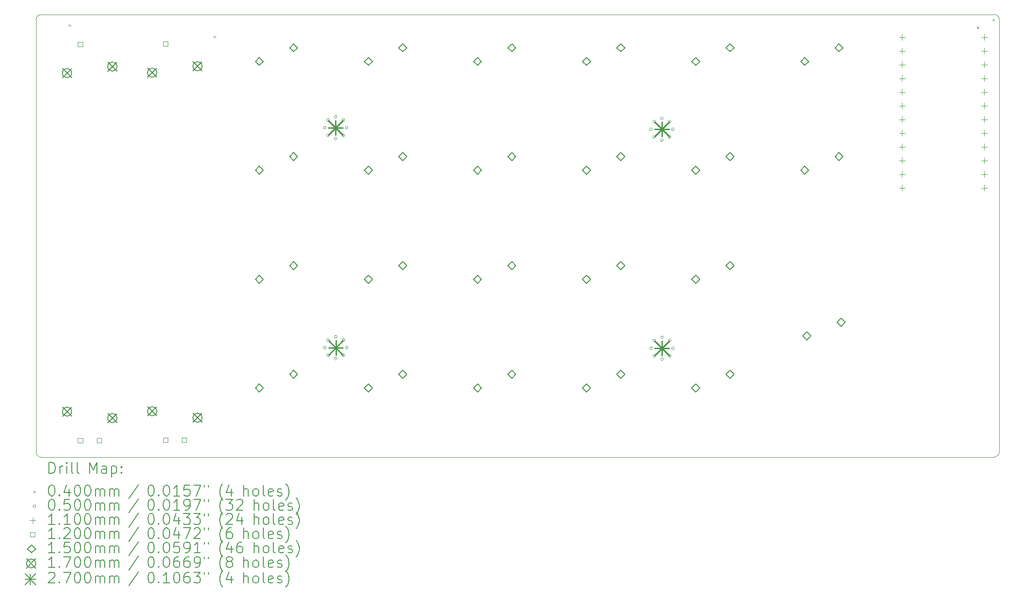
<source format=gbr>
%TF.GenerationSoftware,KiCad,Pcbnew,(7.0.0)*%
%TF.CreationDate,2024-11-11T13:12:43+03:00*%
%TF.ProjectId,04. Keyboard 6x4 Matrix,30342e20-4b65-4796-926f-617264203678,rev?*%
%TF.SameCoordinates,PX24bd848PY898b2e8*%
%TF.FileFunction,Drillmap*%
%TF.FilePolarity,Positive*%
%FSLAX45Y45*%
G04 Gerber Fmt 4.5, Leading zero omitted, Abs format (unit mm)*
G04 Created by KiCad (PCBNEW (7.0.0)) date 2024-11-11 13:12:43*
%MOMM*%
%LPD*%
G01*
G04 APERTURE LIST*
%ADD10C,0.100000*%
%ADD11C,0.200000*%
%ADD12C,0.040000*%
%ADD13C,0.050000*%
%ADD14C,0.110000*%
%ADD15C,0.120000*%
%ADD16C,0.150000*%
%ADD17C,0.170000*%
%ADD18C,0.270000*%
G04 APERTURE END LIST*
D10*
X711Y8112500D02*
X711Y100000D01*
X100711Y0D02*
X17743579Y1079D01*
X17743579Y8213579D02*
X100711Y8212500D01*
X17843579Y101079D02*
X17843579Y8113579D01*
X17843579Y8113579D02*
G75*
G03*
X17743579Y8213579I-99999J1D01*
G01*
X710Y100000D02*
G75*
G03*
X100711Y0I100000J0D01*
G01*
X17743579Y1081D02*
G75*
G03*
X17843579Y101079I1J99999D01*
G01*
X100711Y8212499D02*
G75*
G03*
X711Y8112500I-1J-99999D01*
G01*
D11*
D12*
X607500Y8032500D02*
X647500Y7992500D01*
X647500Y8032500D02*
X607500Y7992500D01*
X3290000Y7817500D02*
X3330000Y7777500D01*
X3330000Y7817500D02*
X3290000Y7777500D01*
X17425000Y7987500D02*
X17465000Y7947500D01*
X17465000Y7987500D02*
X17425000Y7947500D01*
X17715000Y8135000D02*
X17755000Y8095000D01*
X17755000Y8135000D02*
X17715000Y8095000D01*
D13*
X5372500Y6112500D02*
G75*
G03*
X5372500Y6112500I-25000J0D01*
G01*
X5375689Y2030689D02*
G75*
G03*
X5375689Y2030689I-25000J0D01*
G01*
X5431811Y6255689D02*
G75*
G03*
X5431811Y6255689I-25000J0D01*
G01*
X5431811Y5969311D02*
G75*
G03*
X5431811Y5969311I-25000J0D01*
G01*
X5435000Y2173878D02*
G75*
G03*
X5435000Y2173878I-25000J0D01*
G01*
X5435000Y1887500D02*
G75*
G03*
X5435000Y1887500I-25000J0D01*
G01*
X5575000Y6315000D02*
G75*
G03*
X5575000Y6315000I-25000J0D01*
G01*
X5575000Y5910000D02*
G75*
G03*
X5575000Y5910000I-25000J0D01*
G01*
X5578189Y2233189D02*
G75*
G03*
X5578189Y2233189I-25000J0D01*
G01*
X5578189Y1828189D02*
G75*
G03*
X5578189Y1828189I-25000J0D01*
G01*
X5718189Y6255689D02*
G75*
G03*
X5718189Y6255689I-25000J0D01*
G01*
X5718189Y5969311D02*
G75*
G03*
X5718189Y5969311I-25000J0D01*
G01*
X5721378Y2173878D02*
G75*
G03*
X5721378Y2173878I-25000J0D01*
G01*
X5721378Y1887500D02*
G75*
G03*
X5721378Y1887500I-25000J0D01*
G01*
X5777500Y6112500D02*
G75*
G03*
X5777500Y6112500I-25000J0D01*
G01*
X5780689Y2030689D02*
G75*
G03*
X5780689Y2030689I-25000J0D01*
G01*
X11415000Y6082500D02*
G75*
G03*
X11415000Y6082500I-25000J0D01*
G01*
X11417500Y2022500D02*
G75*
G03*
X11417500Y2022500I-25000J0D01*
G01*
X11474311Y6225689D02*
G75*
G03*
X11474311Y6225689I-25000J0D01*
G01*
X11474311Y5939311D02*
G75*
G03*
X11474311Y5939311I-25000J0D01*
G01*
X11476811Y2165689D02*
G75*
G03*
X11476811Y2165689I-25000J0D01*
G01*
X11476811Y1879311D02*
G75*
G03*
X11476811Y1879311I-25000J0D01*
G01*
X11617500Y6285000D02*
G75*
G03*
X11617500Y6285000I-25000J0D01*
G01*
X11617500Y5880000D02*
G75*
G03*
X11617500Y5880000I-25000J0D01*
G01*
X11620000Y2225000D02*
G75*
G03*
X11620000Y2225000I-25000J0D01*
G01*
X11620000Y1820000D02*
G75*
G03*
X11620000Y1820000I-25000J0D01*
G01*
X11760689Y6225689D02*
G75*
G03*
X11760689Y6225689I-25000J0D01*
G01*
X11760689Y5939311D02*
G75*
G03*
X11760689Y5939311I-25000J0D01*
G01*
X11763189Y2165689D02*
G75*
G03*
X11763189Y2165689I-25000J0D01*
G01*
X11763189Y1879311D02*
G75*
G03*
X11763189Y1879311I-25000J0D01*
G01*
X11820000Y6082500D02*
G75*
G03*
X11820000Y6082500I-25000J0D01*
G01*
X11822500Y2022500D02*
G75*
G03*
X11822500Y2022500I-25000J0D01*
G01*
D14*
X16043000Y7842500D02*
X16043000Y7732500D01*
X15988000Y7787500D02*
X16098000Y7787500D01*
X16043000Y7588500D02*
X16043000Y7478500D01*
X15988000Y7533500D02*
X16098000Y7533500D01*
X16043000Y7334500D02*
X16043000Y7224500D01*
X15988000Y7279500D02*
X16098000Y7279500D01*
X16043000Y7080500D02*
X16043000Y6970500D01*
X15988000Y7025500D02*
X16098000Y7025500D01*
X16043000Y6826500D02*
X16043000Y6716500D01*
X15988000Y6771500D02*
X16098000Y6771500D01*
X16043000Y6572500D02*
X16043000Y6462500D01*
X15988000Y6517500D02*
X16098000Y6517500D01*
X16043000Y6318500D02*
X16043000Y6208500D01*
X15988000Y6263500D02*
X16098000Y6263500D01*
X16043000Y6064500D02*
X16043000Y5954500D01*
X15988000Y6009500D02*
X16098000Y6009500D01*
X16043000Y5810500D02*
X16043000Y5700500D01*
X15988000Y5755500D02*
X16098000Y5755500D01*
X16043000Y5556500D02*
X16043000Y5446500D01*
X15988000Y5501500D02*
X16098000Y5501500D01*
X16043000Y5302500D02*
X16043000Y5192500D01*
X15988000Y5247500D02*
X16098000Y5247500D01*
X16043000Y5048500D02*
X16043000Y4938500D01*
X15988000Y4993500D02*
X16098000Y4993500D01*
X17567000Y7842500D02*
X17567000Y7732500D01*
X17512000Y7787500D02*
X17622000Y7787500D01*
X17567000Y7588500D02*
X17567000Y7478500D01*
X17512000Y7533500D02*
X17622000Y7533500D01*
X17567000Y7334500D02*
X17567000Y7224500D01*
X17512000Y7279500D02*
X17622000Y7279500D01*
X17567000Y7080500D02*
X17567000Y6970500D01*
X17512000Y7025500D02*
X17622000Y7025500D01*
X17567000Y6826500D02*
X17567000Y6716500D01*
X17512000Y6771500D02*
X17622000Y6771500D01*
X17567000Y6572500D02*
X17567000Y6462500D01*
X17512000Y6517500D02*
X17622000Y6517500D01*
X17567000Y6318500D02*
X17567000Y6208500D01*
X17512000Y6263500D02*
X17622000Y6263500D01*
X17567000Y6064500D02*
X17567000Y5954500D01*
X17512000Y6009500D02*
X17622000Y6009500D01*
X17567000Y5810500D02*
X17567000Y5700500D01*
X17512000Y5755500D02*
X17622000Y5755500D01*
X17567000Y5556500D02*
X17567000Y5446500D01*
X17512000Y5501500D02*
X17622000Y5501500D01*
X17567000Y5302500D02*
X17567000Y5192500D01*
X17512000Y5247500D02*
X17622000Y5247500D01*
X17567000Y5048500D02*
X17567000Y4938500D01*
X17512000Y4993500D02*
X17622000Y4993500D01*
D15*
X862427Y7618073D02*
X862427Y7702927D01*
X777573Y7702927D01*
X777573Y7618073D01*
X862427Y7618073D01*
X862427Y268073D02*
X862427Y352927D01*
X777573Y352927D01*
X777573Y268073D01*
X862427Y268073D01*
X1212427Y268073D02*
X1212427Y352927D01*
X1127573Y352927D01*
X1127573Y268073D01*
X1212427Y268073D01*
X2439927Y7625073D02*
X2439927Y7709927D01*
X2355073Y7709927D01*
X2355073Y7625073D01*
X2439927Y7625073D01*
X2439927Y275073D02*
X2439927Y359927D01*
X2355073Y359927D01*
X2355073Y275073D01*
X2439927Y275073D01*
X2789927Y275073D02*
X2789927Y359927D01*
X2705073Y359927D01*
X2705073Y275073D01*
X2789927Y275073D01*
D16*
X4138500Y7266500D02*
X4213500Y7341500D01*
X4138500Y7416500D01*
X4063500Y7341500D01*
X4138500Y7266500D01*
X4138500Y5246500D02*
X4213500Y5321500D01*
X4138500Y5396500D01*
X4063500Y5321500D01*
X4138500Y5246500D01*
X4138500Y3226500D02*
X4213500Y3301500D01*
X4138500Y3376500D01*
X4063500Y3301500D01*
X4138500Y3226500D01*
X4138500Y1206500D02*
X4213500Y1281500D01*
X4138500Y1356500D01*
X4063500Y1281500D01*
X4138500Y1206500D01*
X4773500Y7520500D02*
X4848500Y7595500D01*
X4773500Y7670500D01*
X4698500Y7595500D01*
X4773500Y7520500D01*
X4773500Y5500500D02*
X4848500Y5575500D01*
X4773500Y5650500D01*
X4698500Y5575500D01*
X4773500Y5500500D01*
X4773500Y3480500D02*
X4848500Y3555500D01*
X4773500Y3630500D01*
X4698500Y3555500D01*
X4773500Y3480500D01*
X4773500Y1460500D02*
X4848500Y1535500D01*
X4773500Y1610500D01*
X4698500Y1535500D01*
X4773500Y1460500D01*
X6158500Y7266500D02*
X6233500Y7341500D01*
X6158500Y7416500D01*
X6083500Y7341500D01*
X6158500Y7266500D01*
X6158500Y5246500D02*
X6233500Y5321500D01*
X6158500Y5396500D01*
X6083500Y5321500D01*
X6158500Y5246500D01*
X6158500Y3226500D02*
X6233500Y3301500D01*
X6158500Y3376500D01*
X6083500Y3301500D01*
X6158500Y3226500D01*
X6158500Y1206500D02*
X6233500Y1281500D01*
X6158500Y1356500D01*
X6083500Y1281500D01*
X6158500Y1206500D01*
X6793500Y7520500D02*
X6868500Y7595500D01*
X6793500Y7670500D01*
X6718500Y7595500D01*
X6793500Y7520500D01*
X6793500Y5500500D02*
X6868500Y5575500D01*
X6793500Y5650500D01*
X6718500Y5575500D01*
X6793500Y5500500D01*
X6793500Y3480500D02*
X6868500Y3555500D01*
X6793500Y3630500D01*
X6718500Y3555500D01*
X6793500Y3480500D01*
X6793500Y1460500D02*
X6868500Y1535500D01*
X6793500Y1610500D01*
X6718500Y1535500D01*
X6793500Y1460500D01*
X8178500Y7266500D02*
X8253500Y7341500D01*
X8178500Y7416500D01*
X8103500Y7341500D01*
X8178500Y7266500D01*
X8178500Y5246500D02*
X8253500Y5321500D01*
X8178500Y5396500D01*
X8103500Y5321500D01*
X8178500Y5246500D01*
X8178500Y3226500D02*
X8253500Y3301500D01*
X8178500Y3376500D01*
X8103500Y3301500D01*
X8178500Y3226500D01*
X8178500Y1206500D02*
X8253500Y1281500D01*
X8178500Y1356500D01*
X8103500Y1281500D01*
X8178500Y1206500D01*
X8813500Y7520500D02*
X8888500Y7595500D01*
X8813500Y7670500D01*
X8738500Y7595500D01*
X8813500Y7520500D01*
X8813500Y5500500D02*
X8888500Y5575500D01*
X8813500Y5650500D01*
X8738500Y5575500D01*
X8813500Y5500500D01*
X8813500Y3480500D02*
X8888500Y3555500D01*
X8813500Y3630500D01*
X8738500Y3555500D01*
X8813500Y3480500D01*
X8813500Y1460500D02*
X8888500Y1535500D01*
X8813500Y1610500D01*
X8738500Y1535500D01*
X8813500Y1460500D01*
X10198500Y7266500D02*
X10273500Y7341500D01*
X10198500Y7416500D01*
X10123500Y7341500D01*
X10198500Y7266500D01*
X10198500Y5246500D02*
X10273500Y5321500D01*
X10198500Y5396500D01*
X10123500Y5321500D01*
X10198500Y5246500D01*
X10198500Y3226500D02*
X10273500Y3301500D01*
X10198500Y3376500D01*
X10123500Y3301500D01*
X10198500Y3226500D01*
X10198500Y1206500D02*
X10273500Y1281500D01*
X10198500Y1356500D01*
X10123500Y1281500D01*
X10198500Y1206500D01*
X10833500Y7520500D02*
X10908500Y7595500D01*
X10833500Y7670500D01*
X10758500Y7595500D01*
X10833500Y7520500D01*
X10833500Y5500500D02*
X10908500Y5575500D01*
X10833500Y5650500D01*
X10758500Y5575500D01*
X10833500Y5500500D01*
X10833500Y3480500D02*
X10908500Y3555500D01*
X10833500Y3630500D01*
X10758500Y3555500D01*
X10833500Y3480500D01*
X10833500Y1460500D02*
X10908500Y1535500D01*
X10833500Y1610500D01*
X10758500Y1535500D01*
X10833500Y1460500D01*
X12218500Y7266500D02*
X12293500Y7341500D01*
X12218500Y7416500D01*
X12143500Y7341500D01*
X12218500Y7266500D01*
X12218500Y5246500D02*
X12293500Y5321500D01*
X12218500Y5396500D01*
X12143500Y5321500D01*
X12218500Y5246500D01*
X12218500Y3226500D02*
X12293500Y3301500D01*
X12218500Y3376500D01*
X12143500Y3301500D01*
X12218500Y3226500D01*
X12218500Y1206500D02*
X12293500Y1281500D01*
X12218500Y1356500D01*
X12143500Y1281500D01*
X12218500Y1206500D01*
X12853500Y7520500D02*
X12928500Y7595500D01*
X12853500Y7670500D01*
X12778500Y7595500D01*
X12853500Y7520500D01*
X12853500Y5500500D02*
X12928500Y5575500D01*
X12853500Y5650500D01*
X12778500Y5575500D01*
X12853500Y5500500D01*
X12853500Y3480500D02*
X12928500Y3555500D01*
X12853500Y3630500D01*
X12778500Y3555500D01*
X12853500Y3480500D01*
X12853500Y1460500D02*
X12928500Y1535500D01*
X12853500Y1610500D01*
X12778500Y1535500D01*
X12853500Y1460500D01*
X14238500Y7266500D02*
X14313500Y7341500D01*
X14238500Y7416500D01*
X14163500Y7341500D01*
X14238500Y7266500D01*
X14238500Y5246500D02*
X14313500Y5321500D01*
X14238500Y5396500D01*
X14163500Y5321500D01*
X14238500Y5246500D01*
X14276500Y2176500D02*
X14351500Y2251500D01*
X14276500Y2326500D01*
X14201500Y2251500D01*
X14276500Y2176500D01*
X14873500Y7520500D02*
X14948500Y7595500D01*
X14873500Y7670500D01*
X14798500Y7595500D01*
X14873500Y7520500D01*
X14873500Y5500500D02*
X14948500Y5575500D01*
X14873500Y5650500D01*
X14798500Y5575500D01*
X14873500Y5500500D01*
X14911500Y2430500D02*
X14986500Y2505500D01*
X14911500Y2580500D01*
X14836500Y2505500D01*
X14911500Y2430500D01*
D17*
X490000Y7210500D02*
X660000Y7040500D01*
X660000Y7210500D02*
X490000Y7040500D01*
X660000Y7125500D02*
G75*
G03*
X660000Y7125500I-85000J0D01*
G01*
X490000Y930500D02*
X660000Y760500D01*
X660000Y930500D02*
X490000Y760500D01*
X660000Y845500D02*
G75*
G03*
X660000Y845500I-85000J0D01*
G01*
X1330000Y7330500D02*
X1500000Y7160500D01*
X1500000Y7330500D02*
X1330000Y7160500D01*
X1500000Y7245500D02*
G75*
G03*
X1500000Y7245500I-85000J0D01*
G01*
X1330000Y810500D02*
X1500000Y640500D01*
X1500000Y810500D02*
X1330000Y640500D01*
X1500000Y725500D02*
G75*
G03*
X1500000Y725500I-85000J0D01*
G01*
X2067500Y7217500D02*
X2237500Y7047500D01*
X2237500Y7217500D02*
X2067500Y7047500D01*
X2237500Y7132500D02*
G75*
G03*
X2237500Y7132500I-85000J0D01*
G01*
X2067500Y937500D02*
X2237500Y767500D01*
X2237500Y937500D02*
X2067500Y767500D01*
X2237500Y852500D02*
G75*
G03*
X2237500Y852500I-85000J0D01*
G01*
X2907500Y7337500D02*
X3077500Y7167500D01*
X3077500Y7337500D02*
X2907500Y7167500D01*
X3077500Y7252500D02*
G75*
G03*
X3077500Y7252500I-85000J0D01*
G01*
X2907500Y817500D02*
X3077500Y647500D01*
X3077500Y817500D02*
X2907500Y647500D01*
X3077500Y732500D02*
G75*
G03*
X3077500Y732500I-85000J0D01*
G01*
D18*
X5415000Y6247500D02*
X5685000Y5977500D01*
X5685000Y6247500D02*
X5415000Y5977500D01*
X5550000Y6247500D02*
X5550000Y5977500D01*
X5415000Y6112500D02*
X5685000Y6112500D01*
X5418189Y2165689D02*
X5688189Y1895689D01*
X5688189Y2165689D02*
X5418189Y1895689D01*
X5553189Y2165689D02*
X5553189Y1895689D01*
X5418189Y2030689D02*
X5688189Y2030689D01*
X11457500Y6217500D02*
X11727500Y5947500D01*
X11727500Y6217500D02*
X11457500Y5947500D01*
X11592500Y6217500D02*
X11592500Y5947500D01*
X11457500Y6082500D02*
X11727500Y6082500D01*
X11460000Y2157500D02*
X11730000Y1887500D01*
X11730000Y2157500D02*
X11460000Y1887500D01*
X11595000Y2157500D02*
X11595000Y1887500D01*
X11460000Y2022500D02*
X11730000Y2022500D01*
D11*
X243330Y-298476D02*
X243330Y-98476D01*
X243330Y-98476D02*
X290949Y-98476D01*
X290949Y-98476D02*
X319521Y-108000D01*
X319521Y-108000D02*
X338568Y-127048D01*
X338568Y-127048D02*
X348092Y-146095D01*
X348092Y-146095D02*
X357616Y-184190D01*
X357616Y-184190D02*
X357616Y-212762D01*
X357616Y-212762D02*
X348092Y-250857D01*
X348092Y-250857D02*
X338568Y-269905D01*
X338568Y-269905D02*
X319521Y-288952D01*
X319521Y-288952D02*
X290949Y-298476D01*
X290949Y-298476D02*
X243330Y-298476D01*
X443330Y-298476D02*
X443330Y-165143D01*
X443330Y-203238D02*
X452854Y-184190D01*
X452854Y-184190D02*
X462378Y-174667D01*
X462378Y-174667D02*
X481425Y-165143D01*
X481425Y-165143D02*
X500473Y-165143D01*
X567140Y-298476D02*
X567140Y-165143D01*
X567140Y-98476D02*
X557616Y-108000D01*
X557616Y-108000D02*
X567140Y-117524D01*
X567140Y-117524D02*
X576664Y-108000D01*
X576664Y-108000D02*
X567140Y-98476D01*
X567140Y-98476D02*
X567140Y-117524D01*
X690949Y-298476D02*
X671902Y-288952D01*
X671902Y-288952D02*
X662378Y-269905D01*
X662378Y-269905D02*
X662378Y-98476D01*
X795711Y-298476D02*
X776663Y-288952D01*
X776663Y-288952D02*
X767140Y-269905D01*
X767140Y-269905D02*
X767140Y-98476D01*
X991902Y-298476D02*
X991902Y-98476D01*
X991902Y-98476D02*
X1058568Y-241333D01*
X1058568Y-241333D02*
X1125235Y-98476D01*
X1125235Y-98476D02*
X1125235Y-298476D01*
X1306187Y-298476D02*
X1306187Y-193714D01*
X1306187Y-193714D02*
X1296664Y-174667D01*
X1296664Y-174667D02*
X1277616Y-165143D01*
X1277616Y-165143D02*
X1239521Y-165143D01*
X1239521Y-165143D02*
X1220473Y-174667D01*
X1306187Y-288952D02*
X1287140Y-298476D01*
X1287140Y-298476D02*
X1239521Y-298476D01*
X1239521Y-298476D02*
X1220473Y-288952D01*
X1220473Y-288952D02*
X1210949Y-269905D01*
X1210949Y-269905D02*
X1210949Y-250857D01*
X1210949Y-250857D02*
X1220473Y-231809D01*
X1220473Y-231809D02*
X1239521Y-222286D01*
X1239521Y-222286D02*
X1287140Y-222286D01*
X1287140Y-222286D02*
X1306187Y-212762D01*
X1401425Y-165143D02*
X1401425Y-365143D01*
X1401425Y-174667D02*
X1420473Y-165143D01*
X1420473Y-165143D02*
X1458568Y-165143D01*
X1458568Y-165143D02*
X1477616Y-174667D01*
X1477616Y-174667D02*
X1487140Y-184190D01*
X1487140Y-184190D02*
X1496663Y-203238D01*
X1496663Y-203238D02*
X1496663Y-260381D01*
X1496663Y-260381D02*
X1487140Y-279429D01*
X1487140Y-279429D02*
X1477616Y-288952D01*
X1477616Y-288952D02*
X1458568Y-298476D01*
X1458568Y-298476D02*
X1420473Y-298476D01*
X1420473Y-298476D02*
X1401425Y-288952D01*
X1582378Y-279429D02*
X1591902Y-288952D01*
X1591902Y-288952D02*
X1582378Y-298476D01*
X1582378Y-298476D02*
X1572854Y-288952D01*
X1572854Y-288952D02*
X1582378Y-279429D01*
X1582378Y-279429D02*
X1582378Y-298476D01*
X1582378Y-174667D02*
X1591902Y-184190D01*
X1591902Y-184190D02*
X1582378Y-193714D01*
X1582378Y-193714D02*
X1572854Y-184190D01*
X1572854Y-184190D02*
X1582378Y-174667D01*
X1582378Y-174667D02*
X1582378Y-193714D01*
D12*
X-44289Y-625000D02*
X-4289Y-665000D01*
X-4289Y-625000D02*
X-44289Y-665000D01*
D11*
X281425Y-518476D02*
X300473Y-518476D01*
X300473Y-518476D02*
X319521Y-528000D01*
X319521Y-528000D02*
X329045Y-537524D01*
X329045Y-537524D02*
X338568Y-556571D01*
X338568Y-556571D02*
X348092Y-594667D01*
X348092Y-594667D02*
X348092Y-642286D01*
X348092Y-642286D02*
X338568Y-680381D01*
X338568Y-680381D02*
X329045Y-699428D01*
X329045Y-699428D02*
X319521Y-708952D01*
X319521Y-708952D02*
X300473Y-718476D01*
X300473Y-718476D02*
X281425Y-718476D01*
X281425Y-718476D02*
X262378Y-708952D01*
X262378Y-708952D02*
X252854Y-699428D01*
X252854Y-699428D02*
X243330Y-680381D01*
X243330Y-680381D02*
X233806Y-642286D01*
X233806Y-642286D02*
X233806Y-594667D01*
X233806Y-594667D02*
X243330Y-556571D01*
X243330Y-556571D02*
X252854Y-537524D01*
X252854Y-537524D02*
X262378Y-528000D01*
X262378Y-528000D02*
X281425Y-518476D01*
X433806Y-699428D02*
X443330Y-708952D01*
X443330Y-708952D02*
X433806Y-718476D01*
X433806Y-718476D02*
X424283Y-708952D01*
X424283Y-708952D02*
X433806Y-699428D01*
X433806Y-699428D02*
X433806Y-718476D01*
X614759Y-585143D02*
X614759Y-718476D01*
X567140Y-508952D02*
X519521Y-651810D01*
X519521Y-651810D02*
X643330Y-651810D01*
X757616Y-518476D02*
X776664Y-518476D01*
X776664Y-518476D02*
X795711Y-528000D01*
X795711Y-528000D02*
X805235Y-537524D01*
X805235Y-537524D02*
X814759Y-556571D01*
X814759Y-556571D02*
X824283Y-594667D01*
X824283Y-594667D02*
X824283Y-642286D01*
X824283Y-642286D02*
X814759Y-680381D01*
X814759Y-680381D02*
X805235Y-699428D01*
X805235Y-699428D02*
X795711Y-708952D01*
X795711Y-708952D02*
X776664Y-718476D01*
X776664Y-718476D02*
X757616Y-718476D01*
X757616Y-718476D02*
X738568Y-708952D01*
X738568Y-708952D02*
X729044Y-699428D01*
X729044Y-699428D02*
X719521Y-680381D01*
X719521Y-680381D02*
X709997Y-642286D01*
X709997Y-642286D02*
X709997Y-594667D01*
X709997Y-594667D02*
X719521Y-556571D01*
X719521Y-556571D02*
X729044Y-537524D01*
X729044Y-537524D02*
X738568Y-528000D01*
X738568Y-528000D02*
X757616Y-518476D01*
X948092Y-518476D02*
X967140Y-518476D01*
X967140Y-518476D02*
X986187Y-528000D01*
X986187Y-528000D02*
X995711Y-537524D01*
X995711Y-537524D02*
X1005235Y-556571D01*
X1005235Y-556571D02*
X1014759Y-594667D01*
X1014759Y-594667D02*
X1014759Y-642286D01*
X1014759Y-642286D02*
X1005235Y-680381D01*
X1005235Y-680381D02*
X995711Y-699428D01*
X995711Y-699428D02*
X986187Y-708952D01*
X986187Y-708952D02*
X967140Y-718476D01*
X967140Y-718476D02*
X948092Y-718476D01*
X948092Y-718476D02*
X929044Y-708952D01*
X929044Y-708952D02*
X919521Y-699428D01*
X919521Y-699428D02*
X909997Y-680381D01*
X909997Y-680381D02*
X900473Y-642286D01*
X900473Y-642286D02*
X900473Y-594667D01*
X900473Y-594667D02*
X909997Y-556571D01*
X909997Y-556571D02*
X919521Y-537524D01*
X919521Y-537524D02*
X929044Y-528000D01*
X929044Y-528000D02*
X948092Y-518476D01*
X1100473Y-718476D02*
X1100473Y-585143D01*
X1100473Y-604190D02*
X1109997Y-594667D01*
X1109997Y-594667D02*
X1129045Y-585143D01*
X1129045Y-585143D02*
X1157616Y-585143D01*
X1157616Y-585143D02*
X1176664Y-594667D01*
X1176664Y-594667D02*
X1186187Y-613714D01*
X1186187Y-613714D02*
X1186187Y-718476D01*
X1186187Y-613714D02*
X1195711Y-594667D01*
X1195711Y-594667D02*
X1214759Y-585143D01*
X1214759Y-585143D02*
X1243330Y-585143D01*
X1243330Y-585143D02*
X1262378Y-594667D01*
X1262378Y-594667D02*
X1271902Y-613714D01*
X1271902Y-613714D02*
X1271902Y-718476D01*
X1367140Y-718476D02*
X1367140Y-585143D01*
X1367140Y-604190D02*
X1376664Y-594667D01*
X1376664Y-594667D02*
X1395711Y-585143D01*
X1395711Y-585143D02*
X1424283Y-585143D01*
X1424283Y-585143D02*
X1443330Y-594667D01*
X1443330Y-594667D02*
X1452854Y-613714D01*
X1452854Y-613714D02*
X1452854Y-718476D01*
X1452854Y-613714D02*
X1462378Y-594667D01*
X1462378Y-594667D02*
X1481425Y-585143D01*
X1481425Y-585143D02*
X1509997Y-585143D01*
X1509997Y-585143D02*
X1529045Y-594667D01*
X1529045Y-594667D02*
X1538568Y-613714D01*
X1538568Y-613714D02*
X1538568Y-718476D01*
X1896664Y-508952D02*
X1725235Y-766095D01*
X2121426Y-518476D02*
X2140473Y-518476D01*
X2140473Y-518476D02*
X2159521Y-528000D01*
X2159521Y-528000D02*
X2169045Y-537524D01*
X2169045Y-537524D02*
X2178568Y-556571D01*
X2178568Y-556571D02*
X2188092Y-594667D01*
X2188092Y-594667D02*
X2188092Y-642286D01*
X2188092Y-642286D02*
X2178568Y-680381D01*
X2178568Y-680381D02*
X2169045Y-699428D01*
X2169045Y-699428D02*
X2159521Y-708952D01*
X2159521Y-708952D02*
X2140473Y-718476D01*
X2140473Y-718476D02*
X2121426Y-718476D01*
X2121426Y-718476D02*
X2102378Y-708952D01*
X2102378Y-708952D02*
X2092854Y-699428D01*
X2092854Y-699428D02*
X2083330Y-680381D01*
X2083330Y-680381D02*
X2073806Y-642286D01*
X2073806Y-642286D02*
X2073806Y-594667D01*
X2073806Y-594667D02*
X2083330Y-556571D01*
X2083330Y-556571D02*
X2092854Y-537524D01*
X2092854Y-537524D02*
X2102378Y-528000D01*
X2102378Y-528000D02*
X2121426Y-518476D01*
X2273807Y-699428D02*
X2283330Y-708952D01*
X2283330Y-708952D02*
X2273807Y-718476D01*
X2273807Y-718476D02*
X2264283Y-708952D01*
X2264283Y-708952D02*
X2273807Y-699428D01*
X2273807Y-699428D02*
X2273807Y-718476D01*
X2407140Y-518476D02*
X2426188Y-518476D01*
X2426188Y-518476D02*
X2445235Y-528000D01*
X2445235Y-528000D02*
X2454759Y-537524D01*
X2454759Y-537524D02*
X2464283Y-556571D01*
X2464283Y-556571D02*
X2473807Y-594667D01*
X2473807Y-594667D02*
X2473807Y-642286D01*
X2473807Y-642286D02*
X2464283Y-680381D01*
X2464283Y-680381D02*
X2454759Y-699428D01*
X2454759Y-699428D02*
X2445235Y-708952D01*
X2445235Y-708952D02*
X2426188Y-718476D01*
X2426188Y-718476D02*
X2407140Y-718476D01*
X2407140Y-718476D02*
X2388092Y-708952D01*
X2388092Y-708952D02*
X2378568Y-699428D01*
X2378568Y-699428D02*
X2369045Y-680381D01*
X2369045Y-680381D02*
X2359521Y-642286D01*
X2359521Y-642286D02*
X2359521Y-594667D01*
X2359521Y-594667D02*
X2369045Y-556571D01*
X2369045Y-556571D02*
X2378568Y-537524D01*
X2378568Y-537524D02*
X2388092Y-528000D01*
X2388092Y-528000D02*
X2407140Y-518476D01*
X2664283Y-718476D02*
X2549997Y-718476D01*
X2607140Y-718476D02*
X2607140Y-518476D01*
X2607140Y-518476D02*
X2588092Y-547048D01*
X2588092Y-547048D02*
X2569045Y-566095D01*
X2569045Y-566095D02*
X2549997Y-575619D01*
X2845235Y-518476D02*
X2749997Y-518476D01*
X2749997Y-518476D02*
X2740473Y-613714D01*
X2740473Y-613714D02*
X2749997Y-604190D01*
X2749997Y-604190D02*
X2769045Y-594667D01*
X2769045Y-594667D02*
X2816664Y-594667D01*
X2816664Y-594667D02*
X2835711Y-604190D01*
X2835711Y-604190D02*
X2845235Y-613714D01*
X2845235Y-613714D02*
X2854759Y-632762D01*
X2854759Y-632762D02*
X2854759Y-680381D01*
X2854759Y-680381D02*
X2845235Y-699428D01*
X2845235Y-699428D02*
X2835711Y-708952D01*
X2835711Y-708952D02*
X2816664Y-718476D01*
X2816664Y-718476D02*
X2769045Y-718476D01*
X2769045Y-718476D02*
X2749997Y-708952D01*
X2749997Y-708952D02*
X2740473Y-699428D01*
X2921426Y-518476D02*
X3054759Y-518476D01*
X3054759Y-518476D02*
X2969045Y-718476D01*
X3121426Y-518476D02*
X3121426Y-556571D01*
X3197616Y-518476D02*
X3197616Y-556571D01*
X3460473Y-794667D02*
X3450949Y-785143D01*
X3450949Y-785143D02*
X3431902Y-756571D01*
X3431902Y-756571D02*
X3422378Y-737524D01*
X3422378Y-737524D02*
X3412854Y-708952D01*
X3412854Y-708952D02*
X3403330Y-661333D01*
X3403330Y-661333D02*
X3403330Y-623238D01*
X3403330Y-623238D02*
X3412854Y-575619D01*
X3412854Y-575619D02*
X3422378Y-547048D01*
X3422378Y-547048D02*
X3431902Y-528000D01*
X3431902Y-528000D02*
X3450949Y-499428D01*
X3450949Y-499428D02*
X3460473Y-489905D01*
X3622378Y-585143D02*
X3622378Y-718476D01*
X3574759Y-508952D02*
X3527140Y-651810D01*
X3527140Y-651810D02*
X3650949Y-651810D01*
X3847140Y-718476D02*
X3847140Y-518476D01*
X3932854Y-718476D02*
X3932854Y-613714D01*
X3932854Y-613714D02*
X3923330Y-594667D01*
X3923330Y-594667D02*
X3904283Y-585143D01*
X3904283Y-585143D02*
X3875711Y-585143D01*
X3875711Y-585143D02*
X3856664Y-594667D01*
X3856664Y-594667D02*
X3847140Y-604190D01*
X4056664Y-718476D02*
X4037616Y-708952D01*
X4037616Y-708952D02*
X4028092Y-699428D01*
X4028092Y-699428D02*
X4018568Y-680381D01*
X4018568Y-680381D02*
X4018568Y-623238D01*
X4018568Y-623238D02*
X4028092Y-604190D01*
X4028092Y-604190D02*
X4037616Y-594667D01*
X4037616Y-594667D02*
X4056664Y-585143D01*
X4056664Y-585143D02*
X4085235Y-585143D01*
X4085235Y-585143D02*
X4104283Y-594667D01*
X4104283Y-594667D02*
X4113807Y-604190D01*
X4113807Y-604190D02*
X4123330Y-623238D01*
X4123330Y-623238D02*
X4123330Y-680381D01*
X4123330Y-680381D02*
X4113807Y-699428D01*
X4113807Y-699428D02*
X4104283Y-708952D01*
X4104283Y-708952D02*
X4085235Y-718476D01*
X4085235Y-718476D02*
X4056664Y-718476D01*
X4237616Y-718476D02*
X4218569Y-708952D01*
X4218569Y-708952D02*
X4209045Y-689905D01*
X4209045Y-689905D02*
X4209045Y-518476D01*
X4389997Y-708952D02*
X4370950Y-718476D01*
X4370950Y-718476D02*
X4332854Y-718476D01*
X4332854Y-718476D02*
X4313807Y-708952D01*
X4313807Y-708952D02*
X4304283Y-689905D01*
X4304283Y-689905D02*
X4304283Y-613714D01*
X4304283Y-613714D02*
X4313807Y-594667D01*
X4313807Y-594667D02*
X4332854Y-585143D01*
X4332854Y-585143D02*
X4370950Y-585143D01*
X4370950Y-585143D02*
X4389997Y-594667D01*
X4389997Y-594667D02*
X4399521Y-613714D01*
X4399521Y-613714D02*
X4399521Y-632762D01*
X4399521Y-632762D02*
X4304283Y-651810D01*
X4475711Y-708952D02*
X4494759Y-718476D01*
X4494759Y-718476D02*
X4532854Y-718476D01*
X4532854Y-718476D02*
X4551902Y-708952D01*
X4551902Y-708952D02*
X4561426Y-689905D01*
X4561426Y-689905D02*
X4561426Y-680381D01*
X4561426Y-680381D02*
X4551902Y-661333D01*
X4551902Y-661333D02*
X4532854Y-651810D01*
X4532854Y-651810D02*
X4504283Y-651810D01*
X4504283Y-651810D02*
X4485235Y-642286D01*
X4485235Y-642286D02*
X4475711Y-623238D01*
X4475711Y-623238D02*
X4475711Y-613714D01*
X4475711Y-613714D02*
X4485235Y-594667D01*
X4485235Y-594667D02*
X4504283Y-585143D01*
X4504283Y-585143D02*
X4532854Y-585143D01*
X4532854Y-585143D02*
X4551902Y-594667D01*
X4628092Y-794667D02*
X4637616Y-785143D01*
X4637616Y-785143D02*
X4656664Y-756571D01*
X4656664Y-756571D02*
X4666188Y-737524D01*
X4666188Y-737524D02*
X4675711Y-708952D01*
X4675711Y-708952D02*
X4685235Y-661333D01*
X4685235Y-661333D02*
X4685235Y-623238D01*
X4685235Y-623238D02*
X4675711Y-575619D01*
X4675711Y-575619D02*
X4666188Y-547048D01*
X4666188Y-547048D02*
X4656664Y-528000D01*
X4656664Y-528000D02*
X4637616Y-499428D01*
X4637616Y-499428D02*
X4628092Y-489905D01*
D13*
X-4289Y-909000D02*
G75*
G03*
X-4289Y-909000I-25000J0D01*
G01*
D11*
X281425Y-782476D02*
X300473Y-782476D01*
X300473Y-782476D02*
X319521Y-792000D01*
X319521Y-792000D02*
X329045Y-801524D01*
X329045Y-801524D02*
X338568Y-820571D01*
X338568Y-820571D02*
X348092Y-858667D01*
X348092Y-858667D02*
X348092Y-906286D01*
X348092Y-906286D02*
X338568Y-944381D01*
X338568Y-944381D02*
X329045Y-963428D01*
X329045Y-963428D02*
X319521Y-972952D01*
X319521Y-972952D02*
X300473Y-982476D01*
X300473Y-982476D02*
X281425Y-982476D01*
X281425Y-982476D02*
X262378Y-972952D01*
X262378Y-972952D02*
X252854Y-963428D01*
X252854Y-963428D02*
X243330Y-944381D01*
X243330Y-944381D02*
X233806Y-906286D01*
X233806Y-906286D02*
X233806Y-858667D01*
X233806Y-858667D02*
X243330Y-820571D01*
X243330Y-820571D02*
X252854Y-801524D01*
X252854Y-801524D02*
X262378Y-792000D01*
X262378Y-792000D02*
X281425Y-782476D01*
X433806Y-963428D02*
X443330Y-972952D01*
X443330Y-972952D02*
X433806Y-982476D01*
X433806Y-982476D02*
X424283Y-972952D01*
X424283Y-972952D02*
X433806Y-963428D01*
X433806Y-963428D02*
X433806Y-982476D01*
X624283Y-782476D02*
X529045Y-782476D01*
X529045Y-782476D02*
X519521Y-877714D01*
X519521Y-877714D02*
X529045Y-868190D01*
X529045Y-868190D02*
X548092Y-858667D01*
X548092Y-858667D02*
X595711Y-858667D01*
X595711Y-858667D02*
X614759Y-868190D01*
X614759Y-868190D02*
X624283Y-877714D01*
X624283Y-877714D02*
X633806Y-896762D01*
X633806Y-896762D02*
X633806Y-944381D01*
X633806Y-944381D02*
X624283Y-963428D01*
X624283Y-963428D02*
X614759Y-972952D01*
X614759Y-972952D02*
X595711Y-982476D01*
X595711Y-982476D02*
X548092Y-982476D01*
X548092Y-982476D02*
X529045Y-972952D01*
X529045Y-972952D02*
X519521Y-963428D01*
X757616Y-782476D02*
X776664Y-782476D01*
X776664Y-782476D02*
X795711Y-792000D01*
X795711Y-792000D02*
X805235Y-801524D01*
X805235Y-801524D02*
X814759Y-820571D01*
X814759Y-820571D02*
X824283Y-858667D01*
X824283Y-858667D02*
X824283Y-906286D01*
X824283Y-906286D02*
X814759Y-944381D01*
X814759Y-944381D02*
X805235Y-963428D01*
X805235Y-963428D02*
X795711Y-972952D01*
X795711Y-972952D02*
X776664Y-982476D01*
X776664Y-982476D02*
X757616Y-982476D01*
X757616Y-982476D02*
X738568Y-972952D01*
X738568Y-972952D02*
X729044Y-963428D01*
X729044Y-963428D02*
X719521Y-944381D01*
X719521Y-944381D02*
X709997Y-906286D01*
X709997Y-906286D02*
X709997Y-858667D01*
X709997Y-858667D02*
X719521Y-820571D01*
X719521Y-820571D02*
X729044Y-801524D01*
X729044Y-801524D02*
X738568Y-792000D01*
X738568Y-792000D02*
X757616Y-782476D01*
X948092Y-782476D02*
X967140Y-782476D01*
X967140Y-782476D02*
X986187Y-792000D01*
X986187Y-792000D02*
X995711Y-801524D01*
X995711Y-801524D02*
X1005235Y-820571D01*
X1005235Y-820571D02*
X1014759Y-858667D01*
X1014759Y-858667D02*
X1014759Y-906286D01*
X1014759Y-906286D02*
X1005235Y-944381D01*
X1005235Y-944381D02*
X995711Y-963428D01*
X995711Y-963428D02*
X986187Y-972952D01*
X986187Y-972952D02*
X967140Y-982476D01*
X967140Y-982476D02*
X948092Y-982476D01*
X948092Y-982476D02*
X929044Y-972952D01*
X929044Y-972952D02*
X919521Y-963428D01*
X919521Y-963428D02*
X909997Y-944381D01*
X909997Y-944381D02*
X900473Y-906286D01*
X900473Y-906286D02*
X900473Y-858667D01*
X900473Y-858667D02*
X909997Y-820571D01*
X909997Y-820571D02*
X919521Y-801524D01*
X919521Y-801524D02*
X929044Y-792000D01*
X929044Y-792000D02*
X948092Y-782476D01*
X1100473Y-982476D02*
X1100473Y-849143D01*
X1100473Y-868190D02*
X1109997Y-858667D01*
X1109997Y-858667D02*
X1129045Y-849143D01*
X1129045Y-849143D02*
X1157616Y-849143D01*
X1157616Y-849143D02*
X1176664Y-858667D01*
X1176664Y-858667D02*
X1186187Y-877714D01*
X1186187Y-877714D02*
X1186187Y-982476D01*
X1186187Y-877714D02*
X1195711Y-858667D01*
X1195711Y-858667D02*
X1214759Y-849143D01*
X1214759Y-849143D02*
X1243330Y-849143D01*
X1243330Y-849143D02*
X1262378Y-858667D01*
X1262378Y-858667D02*
X1271902Y-877714D01*
X1271902Y-877714D02*
X1271902Y-982476D01*
X1367140Y-982476D02*
X1367140Y-849143D01*
X1367140Y-868190D02*
X1376664Y-858667D01*
X1376664Y-858667D02*
X1395711Y-849143D01*
X1395711Y-849143D02*
X1424283Y-849143D01*
X1424283Y-849143D02*
X1443330Y-858667D01*
X1443330Y-858667D02*
X1452854Y-877714D01*
X1452854Y-877714D02*
X1452854Y-982476D01*
X1452854Y-877714D02*
X1462378Y-858667D01*
X1462378Y-858667D02*
X1481425Y-849143D01*
X1481425Y-849143D02*
X1509997Y-849143D01*
X1509997Y-849143D02*
X1529045Y-858667D01*
X1529045Y-858667D02*
X1538568Y-877714D01*
X1538568Y-877714D02*
X1538568Y-982476D01*
X1896664Y-772952D02*
X1725235Y-1030095D01*
X2121426Y-782476D02*
X2140473Y-782476D01*
X2140473Y-782476D02*
X2159521Y-792000D01*
X2159521Y-792000D02*
X2169045Y-801524D01*
X2169045Y-801524D02*
X2178568Y-820571D01*
X2178568Y-820571D02*
X2188092Y-858667D01*
X2188092Y-858667D02*
X2188092Y-906286D01*
X2188092Y-906286D02*
X2178568Y-944381D01*
X2178568Y-944381D02*
X2169045Y-963428D01*
X2169045Y-963428D02*
X2159521Y-972952D01*
X2159521Y-972952D02*
X2140473Y-982476D01*
X2140473Y-982476D02*
X2121426Y-982476D01*
X2121426Y-982476D02*
X2102378Y-972952D01*
X2102378Y-972952D02*
X2092854Y-963428D01*
X2092854Y-963428D02*
X2083330Y-944381D01*
X2083330Y-944381D02*
X2073806Y-906286D01*
X2073806Y-906286D02*
X2073806Y-858667D01*
X2073806Y-858667D02*
X2083330Y-820571D01*
X2083330Y-820571D02*
X2092854Y-801524D01*
X2092854Y-801524D02*
X2102378Y-792000D01*
X2102378Y-792000D02*
X2121426Y-782476D01*
X2273807Y-963428D02*
X2283330Y-972952D01*
X2283330Y-972952D02*
X2273807Y-982476D01*
X2273807Y-982476D02*
X2264283Y-972952D01*
X2264283Y-972952D02*
X2273807Y-963428D01*
X2273807Y-963428D02*
X2273807Y-982476D01*
X2407140Y-782476D02*
X2426188Y-782476D01*
X2426188Y-782476D02*
X2445235Y-792000D01*
X2445235Y-792000D02*
X2454759Y-801524D01*
X2454759Y-801524D02*
X2464283Y-820571D01*
X2464283Y-820571D02*
X2473807Y-858667D01*
X2473807Y-858667D02*
X2473807Y-906286D01*
X2473807Y-906286D02*
X2464283Y-944381D01*
X2464283Y-944381D02*
X2454759Y-963428D01*
X2454759Y-963428D02*
X2445235Y-972952D01*
X2445235Y-972952D02*
X2426188Y-982476D01*
X2426188Y-982476D02*
X2407140Y-982476D01*
X2407140Y-982476D02*
X2388092Y-972952D01*
X2388092Y-972952D02*
X2378568Y-963428D01*
X2378568Y-963428D02*
X2369045Y-944381D01*
X2369045Y-944381D02*
X2359521Y-906286D01*
X2359521Y-906286D02*
X2359521Y-858667D01*
X2359521Y-858667D02*
X2369045Y-820571D01*
X2369045Y-820571D02*
X2378568Y-801524D01*
X2378568Y-801524D02*
X2388092Y-792000D01*
X2388092Y-792000D02*
X2407140Y-782476D01*
X2664283Y-982476D02*
X2549997Y-982476D01*
X2607140Y-982476D02*
X2607140Y-782476D01*
X2607140Y-782476D02*
X2588092Y-811048D01*
X2588092Y-811048D02*
X2569045Y-830095D01*
X2569045Y-830095D02*
X2549997Y-839619D01*
X2759521Y-982476D02*
X2797616Y-982476D01*
X2797616Y-982476D02*
X2816664Y-972952D01*
X2816664Y-972952D02*
X2826187Y-963428D01*
X2826187Y-963428D02*
X2845235Y-934857D01*
X2845235Y-934857D02*
X2854759Y-896762D01*
X2854759Y-896762D02*
X2854759Y-820571D01*
X2854759Y-820571D02*
X2845235Y-801524D01*
X2845235Y-801524D02*
X2835711Y-792000D01*
X2835711Y-792000D02*
X2816664Y-782476D01*
X2816664Y-782476D02*
X2778568Y-782476D01*
X2778568Y-782476D02*
X2759521Y-792000D01*
X2759521Y-792000D02*
X2749997Y-801524D01*
X2749997Y-801524D02*
X2740473Y-820571D01*
X2740473Y-820571D02*
X2740473Y-868190D01*
X2740473Y-868190D02*
X2749997Y-887238D01*
X2749997Y-887238D02*
X2759521Y-896762D01*
X2759521Y-896762D02*
X2778568Y-906286D01*
X2778568Y-906286D02*
X2816664Y-906286D01*
X2816664Y-906286D02*
X2835711Y-896762D01*
X2835711Y-896762D02*
X2845235Y-887238D01*
X2845235Y-887238D02*
X2854759Y-868190D01*
X2921426Y-782476D02*
X3054759Y-782476D01*
X3054759Y-782476D02*
X2969045Y-982476D01*
X3121426Y-782476D02*
X3121426Y-820571D01*
X3197616Y-782476D02*
X3197616Y-820571D01*
X3460473Y-1058667D02*
X3450949Y-1049143D01*
X3450949Y-1049143D02*
X3431902Y-1020571D01*
X3431902Y-1020571D02*
X3422378Y-1001524D01*
X3422378Y-1001524D02*
X3412854Y-972952D01*
X3412854Y-972952D02*
X3403330Y-925333D01*
X3403330Y-925333D02*
X3403330Y-887238D01*
X3403330Y-887238D02*
X3412854Y-839619D01*
X3412854Y-839619D02*
X3422378Y-811048D01*
X3422378Y-811048D02*
X3431902Y-792000D01*
X3431902Y-792000D02*
X3450949Y-763428D01*
X3450949Y-763428D02*
X3460473Y-753905D01*
X3517616Y-782476D02*
X3641426Y-782476D01*
X3641426Y-782476D02*
X3574759Y-858667D01*
X3574759Y-858667D02*
X3603330Y-858667D01*
X3603330Y-858667D02*
X3622378Y-868190D01*
X3622378Y-868190D02*
X3631902Y-877714D01*
X3631902Y-877714D02*
X3641426Y-896762D01*
X3641426Y-896762D02*
X3641426Y-944381D01*
X3641426Y-944381D02*
X3631902Y-963428D01*
X3631902Y-963428D02*
X3622378Y-972952D01*
X3622378Y-972952D02*
X3603330Y-982476D01*
X3603330Y-982476D02*
X3546187Y-982476D01*
X3546187Y-982476D02*
X3527140Y-972952D01*
X3527140Y-972952D02*
X3517616Y-963428D01*
X3717616Y-801524D02*
X3727140Y-792000D01*
X3727140Y-792000D02*
X3746187Y-782476D01*
X3746187Y-782476D02*
X3793807Y-782476D01*
X3793807Y-782476D02*
X3812854Y-792000D01*
X3812854Y-792000D02*
X3822378Y-801524D01*
X3822378Y-801524D02*
X3831902Y-820571D01*
X3831902Y-820571D02*
X3831902Y-839619D01*
X3831902Y-839619D02*
X3822378Y-868190D01*
X3822378Y-868190D02*
X3708092Y-982476D01*
X3708092Y-982476D02*
X3831902Y-982476D01*
X4037616Y-982476D02*
X4037616Y-782476D01*
X4123330Y-982476D02*
X4123330Y-877714D01*
X4123330Y-877714D02*
X4113807Y-858667D01*
X4113807Y-858667D02*
X4094759Y-849143D01*
X4094759Y-849143D02*
X4066187Y-849143D01*
X4066187Y-849143D02*
X4047140Y-858667D01*
X4047140Y-858667D02*
X4037616Y-868190D01*
X4247140Y-982476D02*
X4228092Y-972952D01*
X4228092Y-972952D02*
X4218569Y-963428D01*
X4218569Y-963428D02*
X4209045Y-944381D01*
X4209045Y-944381D02*
X4209045Y-887238D01*
X4209045Y-887238D02*
X4218569Y-868190D01*
X4218569Y-868190D02*
X4228092Y-858667D01*
X4228092Y-858667D02*
X4247140Y-849143D01*
X4247140Y-849143D02*
X4275711Y-849143D01*
X4275711Y-849143D02*
X4294759Y-858667D01*
X4294759Y-858667D02*
X4304283Y-868190D01*
X4304283Y-868190D02*
X4313807Y-887238D01*
X4313807Y-887238D02*
X4313807Y-944381D01*
X4313807Y-944381D02*
X4304283Y-963428D01*
X4304283Y-963428D02*
X4294759Y-972952D01*
X4294759Y-972952D02*
X4275711Y-982476D01*
X4275711Y-982476D02*
X4247140Y-982476D01*
X4428092Y-982476D02*
X4409045Y-972952D01*
X4409045Y-972952D02*
X4399521Y-953905D01*
X4399521Y-953905D02*
X4399521Y-782476D01*
X4580473Y-972952D02*
X4561426Y-982476D01*
X4561426Y-982476D02*
X4523330Y-982476D01*
X4523330Y-982476D02*
X4504283Y-972952D01*
X4504283Y-972952D02*
X4494759Y-953905D01*
X4494759Y-953905D02*
X4494759Y-877714D01*
X4494759Y-877714D02*
X4504283Y-858667D01*
X4504283Y-858667D02*
X4523330Y-849143D01*
X4523330Y-849143D02*
X4561426Y-849143D01*
X4561426Y-849143D02*
X4580473Y-858667D01*
X4580473Y-858667D02*
X4589997Y-877714D01*
X4589997Y-877714D02*
X4589997Y-896762D01*
X4589997Y-896762D02*
X4494759Y-915809D01*
X4666188Y-972952D02*
X4685235Y-982476D01*
X4685235Y-982476D02*
X4723330Y-982476D01*
X4723330Y-982476D02*
X4742378Y-972952D01*
X4742378Y-972952D02*
X4751902Y-953905D01*
X4751902Y-953905D02*
X4751902Y-944381D01*
X4751902Y-944381D02*
X4742378Y-925333D01*
X4742378Y-925333D02*
X4723330Y-915809D01*
X4723330Y-915809D02*
X4694759Y-915809D01*
X4694759Y-915809D02*
X4675711Y-906286D01*
X4675711Y-906286D02*
X4666188Y-887238D01*
X4666188Y-887238D02*
X4666188Y-877714D01*
X4666188Y-877714D02*
X4675711Y-858667D01*
X4675711Y-858667D02*
X4694759Y-849143D01*
X4694759Y-849143D02*
X4723330Y-849143D01*
X4723330Y-849143D02*
X4742378Y-858667D01*
X4818569Y-1058667D02*
X4828092Y-1049143D01*
X4828092Y-1049143D02*
X4847140Y-1020571D01*
X4847140Y-1020571D02*
X4856664Y-1001524D01*
X4856664Y-1001524D02*
X4866188Y-972952D01*
X4866188Y-972952D02*
X4875711Y-925333D01*
X4875711Y-925333D02*
X4875711Y-887238D01*
X4875711Y-887238D02*
X4866188Y-839619D01*
X4866188Y-839619D02*
X4856664Y-811048D01*
X4856664Y-811048D02*
X4847140Y-792000D01*
X4847140Y-792000D02*
X4828092Y-763428D01*
X4828092Y-763428D02*
X4818569Y-753905D01*
D14*
X-59289Y-1118000D02*
X-59289Y-1228000D01*
X-114289Y-1173000D02*
X-4289Y-1173000D01*
D11*
X348092Y-1246476D02*
X233806Y-1246476D01*
X290949Y-1246476D02*
X290949Y-1046476D01*
X290949Y-1046476D02*
X271902Y-1075048D01*
X271902Y-1075048D02*
X252854Y-1094095D01*
X252854Y-1094095D02*
X233806Y-1103619D01*
X433806Y-1227429D02*
X443330Y-1236952D01*
X443330Y-1236952D02*
X433806Y-1246476D01*
X433806Y-1246476D02*
X424283Y-1236952D01*
X424283Y-1236952D02*
X433806Y-1227429D01*
X433806Y-1227429D02*
X433806Y-1246476D01*
X633806Y-1246476D02*
X519521Y-1246476D01*
X576664Y-1246476D02*
X576664Y-1046476D01*
X576664Y-1046476D02*
X557616Y-1075048D01*
X557616Y-1075048D02*
X538568Y-1094095D01*
X538568Y-1094095D02*
X519521Y-1103619D01*
X757616Y-1046476D02*
X776664Y-1046476D01*
X776664Y-1046476D02*
X795711Y-1056000D01*
X795711Y-1056000D02*
X805235Y-1065524D01*
X805235Y-1065524D02*
X814759Y-1084571D01*
X814759Y-1084571D02*
X824283Y-1122667D01*
X824283Y-1122667D02*
X824283Y-1170286D01*
X824283Y-1170286D02*
X814759Y-1208381D01*
X814759Y-1208381D02*
X805235Y-1227429D01*
X805235Y-1227429D02*
X795711Y-1236952D01*
X795711Y-1236952D02*
X776664Y-1246476D01*
X776664Y-1246476D02*
X757616Y-1246476D01*
X757616Y-1246476D02*
X738568Y-1236952D01*
X738568Y-1236952D02*
X729044Y-1227429D01*
X729044Y-1227429D02*
X719521Y-1208381D01*
X719521Y-1208381D02*
X709997Y-1170286D01*
X709997Y-1170286D02*
X709997Y-1122667D01*
X709997Y-1122667D02*
X719521Y-1084571D01*
X719521Y-1084571D02*
X729044Y-1065524D01*
X729044Y-1065524D02*
X738568Y-1056000D01*
X738568Y-1056000D02*
X757616Y-1046476D01*
X948092Y-1046476D02*
X967140Y-1046476D01*
X967140Y-1046476D02*
X986187Y-1056000D01*
X986187Y-1056000D02*
X995711Y-1065524D01*
X995711Y-1065524D02*
X1005235Y-1084571D01*
X1005235Y-1084571D02*
X1014759Y-1122667D01*
X1014759Y-1122667D02*
X1014759Y-1170286D01*
X1014759Y-1170286D02*
X1005235Y-1208381D01*
X1005235Y-1208381D02*
X995711Y-1227429D01*
X995711Y-1227429D02*
X986187Y-1236952D01*
X986187Y-1236952D02*
X967140Y-1246476D01*
X967140Y-1246476D02*
X948092Y-1246476D01*
X948092Y-1246476D02*
X929044Y-1236952D01*
X929044Y-1236952D02*
X919521Y-1227429D01*
X919521Y-1227429D02*
X909997Y-1208381D01*
X909997Y-1208381D02*
X900473Y-1170286D01*
X900473Y-1170286D02*
X900473Y-1122667D01*
X900473Y-1122667D02*
X909997Y-1084571D01*
X909997Y-1084571D02*
X919521Y-1065524D01*
X919521Y-1065524D02*
X929044Y-1056000D01*
X929044Y-1056000D02*
X948092Y-1046476D01*
X1100473Y-1246476D02*
X1100473Y-1113143D01*
X1100473Y-1132190D02*
X1109997Y-1122667D01*
X1109997Y-1122667D02*
X1129045Y-1113143D01*
X1129045Y-1113143D02*
X1157616Y-1113143D01*
X1157616Y-1113143D02*
X1176664Y-1122667D01*
X1176664Y-1122667D02*
X1186187Y-1141714D01*
X1186187Y-1141714D02*
X1186187Y-1246476D01*
X1186187Y-1141714D02*
X1195711Y-1122667D01*
X1195711Y-1122667D02*
X1214759Y-1113143D01*
X1214759Y-1113143D02*
X1243330Y-1113143D01*
X1243330Y-1113143D02*
X1262378Y-1122667D01*
X1262378Y-1122667D02*
X1271902Y-1141714D01*
X1271902Y-1141714D02*
X1271902Y-1246476D01*
X1367140Y-1246476D02*
X1367140Y-1113143D01*
X1367140Y-1132190D02*
X1376664Y-1122667D01*
X1376664Y-1122667D02*
X1395711Y-1113143D01*
X1395711Y-1113143D02*
X1424283Y-1113143D01*
X1424283Y-1113143D02*
X1443330Y-1122667D01*
X1443330Y-1122667D02*
X1452854Y-1141714D01*
X1452854Y-1141714D02*
X1452854Y-1246476D01*
X1452854Y-1141714D02*
X1462378Y-1122667D01*
X1462378Y-1122667D02*
X1481425Y-1113143D01*
X1481425Y-1113143D02*
X1509997Y-1113143D01*
X1509997Y-1113143D02*
X1529045Y-1122667D01*
X1529045Y-1122667D02*
X1538568Y-1141714D01*
X1538568Y-1141714D02*
X1538568Y-1246476D01*
X1896664Y-1036952D02*
X1725235Y-1294095D01*
X2121426Y-1046476D02*
X2140473Y-1046476D01*
X2140473Y-1046476D02*
X2159521Y-1056000D01*
X2159521Y-1056000D02*
X2169045Y-1065524D01*
X2169045Y-1065524D02*
X2178568Y-1084571D01*
X2178568Y-1084571D02*
X2188092Y-1122667D01*
X2188092Y-1122667D02*
X2188092Y-1170286D01*
X2188092Y-1170286D02*
X2178568Y-1208381D01*
X2178568Y-1208381D02*
X2169045Y-1227429D01*
X2169045Y-1227429D02*
X2159521Y-1236952D01*
X2159521Y-1236952D02*
X2140473Y-1246476D01*
X2140473Y-1246476D02*
X2121426Y-1246476D01*
X2121426Y-1246476D02*
X2102378Y-1236952D01*
X2102378Y-1236952D02*
X2092854Y-1227429D01*
X2092854Y-1227429D02*
X2083330Y-1208381D01*
X2083330Y-1208381D02*
X2073806Y-1170286D01*
X2073806Y-1170286D02*
X2073806Y-1122667D01*
X2073806Y-1122667D02*
X2083330Y-1084571D01*
X2083330Y-1084571D02*
X2092854Y-1065524D01*
X2092854Y-1065524D02*
X2102378Y-1056000D01*
X2102378Y-1056000D02*
X2121426Y-1046476D01*
X2273807Y-1227429D02*
X2283330Y-1236952D01*
X2283330Y-1236952D02*
X2273807Y-1246476D01*
X2273807Y-1246476D02*
X2264283Y-1236952D01*
X2264283Y-1236952D02*
X2273807Y-1227429D01*
X2273807Y-1227429D02*
X2273807Y-1246476D01*
X2407140Y-1046476D02*
X2426188Y-1046476D01*
X2426188Y-1046476D02*
X2445235Y-1056000D01*
X2445235Y-1056000D02*
X2454759Y-1065524D01*
X2454759Y-1065524D02*
X2464283Y-1084571D01*
X2464283Y-1084571D02*
X2473807Y-1122667D01*
X2473807Y-1122667D02*
X2473807Y-1170286D01*
X2473807Y-1170286D02*
X2464283Y-1208381D01*
X2464283Y-1208381D02*
X2454759Y-1227429D01*
X2454759Y-1227429D02*
X2445235Y-1236952D01*
X2445235Y-1236952D02*
X2426188Y-1246476D01*
X2426188Y-1246476D02*
X2407140Y-1246476D01*
X2407140Y-1246476D02*
X2388092Y-1236952D01*
X2388092Y-1236952D02*
X2378568Y-1227429D01*
X2378568Y-1227429D02*
X2369045Y-1208381D01*
X2369045Y-1208381D02*
X2359521Y-1170286D01*
X2359521Y-1170286D02*
X2359521Y-1122667D01*
X2359521Y-1122667D02*
X2369045Y-1084571D01*
X2369045Y-1084571D02*
X2378568Y-1065524D01*
X2378568Y-1065524D02*
X2388092Y-1056000D01*
X2388092Y-1056000D02*
X2407140Y-1046476D01*
X2645235Y-1113143D02*
X2645235Y-1246476D01*
X2597616Y-1036952D02*
X2549997Y-1179810D01*
X2549997Y-1179810D02*
X2673807Y-1179810D01*
X2730949Y-1046476D02*
X2854759Y-1046476D01*
X2854759Y-1046476D02*
X2788092Y-1122667D01*
X2788092Y-1122667D02*
X2816664Y-1122667D01*
X2816664Y-1122667D02*
X2835711Y-1132190D01*
X2835711Y-1132190D02*
X2845235Y-1141714D01*
X2845235Y-1141714D02*
X2854759Y-1160762D01*
X2854759Y-1160762D02*
X2854759Y-1208381D01*
X2854759Y-1208381D02*
X2845235Y-1227429D01*
X2845235Y-1227429D02*
X2835711Y-1236952D01*
X2835711Y-1236952D02*
X2816664Y-1246476D01*
X2816664Y-1246476D02*
X2759521Y-1246476D01*
X2759521Y-1246476D02*
X2740473Y-1236952D01*
X2740473Y-1236952D02*
X2730949Y-1227429D01*
X2921426Y-1046476D02*
X3045235Y-1046476D01*
X3045235Y-1046476D02*
X2978568Y-1122667D01*
X2978568Y-1122667D02*
X3007140Y-1122667D01*
X3007140Y-1122667D02*
X3026187Y-1132190D01*
X3026187Y-1132190D02*
X3035711Y-1141714D01*
X3035711Y-1141714D02*
X3045235Y-1160762D01*
X3045235Y-1160762D02*
X3045235Y-1208381D01*
X3045235Y-1208381D02*
X3035711Y-1227429D01*
X3035711Y-1227429D02*
X3026187Y-1236952D01*
X3026187Y-1236952D02*
X3007140Y-1246476D01*
X3007140Y-1246476D02*
X2949997Y-1246476D01*
X2949997Y-1246476D02*
X2930949Y-1236952D01*
X2930949Y-1236952D02*
X2921426Y-1227429D01*
X3121426Y-1046476D02*
X3121426Y-1084571D01*
X3197616Y-1046476D02*
X3197616Y-1084571D01*
X3460473Y-1322667D02*
X3450949Y-1313143D01*
X3450949Y-1313143D02*
X3431902Y-1284571D01*
X3431902Y-1284571D02*
X3422378Y-1265524D01*
X3422378Y-1265524D02*
X3412854Y-1236952D01*
X3412854Y-1236952D02*
X3403330Y-1189333D01*
X3403330Y-1189333D02*
X3403330Y-1151238D01*
X3403330Y-1151238D02*
X3412854Y-1103619D01*
X3412854Y-1103619D02*
X3422378Y-1075048D01*
X3422378Y-1075048D02*
X3431902Y-1056000D01*
X3431902Y-1056000D02*
X3450949Y-1027428D01*
X3450949Y-1027428D02*
X3460473Y-1017905D01*
X3527140Y-1065524D02*
X3536664Y-1056000D01*
X3536664Y-1056000D02*
X3555711Y-1046476D01*
X3555711Y-1046476D02*
X3603330Y-1046476D01*
X3603330Y-1046476D02*
X3622378Y-1056000D01*
X3622378Y-1056000D02*
X3631902Y-1065524D01*
X3631902Y-1065524D02*
X3641426Y-1084571D01*
X3641426Y-1084571D02*
X3641426Y-1103619D01*
X3641426Y-1103619D02*
X3631902Y-1132190D01*
X3631902Y-1132190D02*
X3517616Y-1246476D01*
X3517616Y-1246476D02*
X3641426Y-1246476D01*
X3812854Y-1113143D02*
X3812854Y-1246476D01*
X3765235Y-1036952D02*
X3717616Y-1179810D01*
X3717616Y-1179810D02*
X3841426Y-1179810D01*
X4037616Y-1246476D02*
X4037616Y-1046476D01*
X4123330Y-1246476D02*
X4123330Y-1141714D01*
X4123330Y-1141714D02*
X4113807Y-1122667D01*
X4113807Y-1122667D02*
X4094759Y-1113143D01*
X4094759Y-1113143D02*
X4066187Y-1113143D01*
X4066187Y-1113143D02*
X4047140Y-1122667D01*
X4047140Y-1122667D02*
X4037616Y-1132190D01*
X4247140Y-1246476D02*
X4228092Y-1236952D01*
X4228092Y-1236952D02*
X4218569Y-1227429D01*
X4218569Y-1227429D02*
X4209045Y-1208381D01*
X4209045Y-1208381D02*
X4209045Y-1151238D01*
X4209045Y-1151238D02*
X4218569Y-1132190D01*
X4218569Y-1132190D02*
X4228092Y-1122667D01*
X4228092Y-1122667D02*
X4247140Y-1113143D01*
X4247140Y-1113143D02*
X4275711Y-1113143D01*
X4275711Y-1113143D02*
X4294759Y-1122667D01*
X4294759Y-1122667D02*
X4304283Y-1132190D01*
X4304283Y-1132190D02*
X4313807Y-1151238D01*
X4313807Y-1151238D02*
X4313807Y-1208381D01*
X4313807Y-1208381D02*
X4304283Y-1227429D01*
X4304283Y-1227429D02*
X4294759Y-1236952D01*
X4294759Y-1236952D02*
X4275711Y-1246476D01*
X4275711Y-1246476D02*
X4247140Y-1246476D01*
X4428092Y-1246476D02*
X4409045Y-1236952D01*
X4409045Y-1236952D02*
X4399521Y-1217905D01*
X4399521Y-1217905D02*
X4399521Y-1046476D01*
X4580473Y-1236952D02*
X4561426Y-1246476D01*
X4561426Y-1246476D02*
X4523330Y-1246476D01*
X4523330Y-1246476D02*
X4504283Y-1236952D01*
X4504283Y-1236952D02*
X4494759Y-1217905D01*
X4494759Y-1217905D02*
X4494759Y-1141714D01*
X4494759Y-1141714D02*
X4504283Y-1122667D01*
X4504283Y-1122667D02*
X4523330Y-1113143D01*
X4523330Y-1113143D02*
X4561426Y-1113143D01*
X4561426Y-1113143D02*
X4580473Y-1122667D01*
X4580473Y-1122667D02*
X4589997Y-1141714D01*
X4589997Y-1141714D02*
X4589997Y-1160762D01*
X4589997Y-1160762D02*
X4494759Y-1179810D01*
X4666188Y-1236952D02*
X4685235Y-1246476D01*
X4685235Y-1246476D02*
X4723330Y-1246476D01*
X4723330Y-1246476D02*
X4742378Y-1236952D01*
X4742378Y-1236952D02*
X4751902Y-1217905D01*
X4751902Y-1217905D02*
X4751902Y-1208381D01*
X4751902Y-1208381D02*
X4742378Y-1189333D01*
X4742378Y-1189333D02*
X4723330Y-1179810D01*
X4723330Y-1179810D02*
X4694759Y-1179810D01*
X4694759Y-1179810D02*
X4675711Y-1170286D01*
X4675711Y-1170286D02*
X4666188Y-1151238D01*
X4666188Y-1151238D02*
X4666188Y-1141714D01*
X4666188Y-1141714D02*
X4675711Y-1122667D01*
X4675711Y-1122667D02*
X4694759Y-1113143D01*
X4694759Y-1113143D02*
X4723330Y-1113143D01*
X4723330Y-1113143D02*
X4742378Y-1122667D01*
X4818569Y-1322667D02*
X4828092Y-1313143D01*
X4828092Y-1313143D02*
X4847140Y-1284571D01*
X4847140Y-1284571D02*
X4856664Y-1265524D01*
X4856664Y-1265524D02*
X4866188Y-1236952D01*
X4866188Y-1236952D02*
X4875711Y-1189333D01*
X4875711Y-1189333D02*
X4875711Y-1151238D01*
X4875711Y-1151238D02*
X4866188Y-1103619D01*
X4866188Y-1103619D02*
X4856664Y-1075048D01*
X4856664Y-1075048D02*
X4847140Y-1056000D01*
X4847140Y-1056000D02*
X4828092Y-1027428D01*
X4828092Y-1027428D02*
X4818569Y-1017905D01*
D15*
X-21862Y-1479427D02*
X-21862Y-1394573D01*
X-106716Y-1394573D01*
X-106716Y-1479427D01*
X-21862Y-1479427D01*
D11*
X348092Y-1510476D02*
X233806Y-1510476D01*
X290949Y-1510476D02*
X290949Y-1310476D01*
X290949Y-1310476D02*
X271902Y-1339048D01*
X271902Y-1339048D02*
X252854Y-1358095D01*
X252854Y-1358095D02*
X233806Y-1367619D01*
X433806Y-1491428D02*
X443330Y-1500952D01*
X443330Y-1500952D02*
X433806Y-1510476D01*
X433806Y-1510476D02*
X424283Y-1500952D01*
X424283Y-1500952D02*
X433806Y-1491428D01*
X433806Y-1491428D02*
X433806Y-1510476D01*
X519521Y-1329524D02*
X529045Y-1320000D01*
X529045Y-1320000D02*
X548092Y-1310476D01*
X548092Y-1310476D02*
X595711Y-1310476D01*
X595711Y-1310476D02*
X614759Y-1320000D01*
X614759Y-1320000D02*
X624283Y-1329524D01*
X624283Y-1329524D02*
X633806Y-1348571D01*
X633806Y-1348571D02*
X633806Y-1367619D01*
X633806Y-1367619D02*
X624283Y-1396190D01*
X624283Y-1396190D02*
X509997Y-1510476D01*
X509997Y-1510476D02*
X633806Y-1510476D01*
X757616Y-1310476D02*
X776664Y-1310476D01*
X776664Y-1310476D02*
X795711Y-1320000D01*
X795711Y-1320000D02*
X805235Y-1329524D01*
X805235Y-1329524D02*
X814759Y-1348571D01*
X814759Y-1348571D02*
X824283Y-1386667D01*
X824283Y-1386667D02*
X824283Y-1434286D01*
X824283Y-1434286D02*
X814759Y-1472381D01*
X814759Y-1472381D02*
X805235Y-1491428D01*
X805235Y-1491428D02*
X795711Y-1500952D01*
X795711Y-1500952D02*
X776664Y-1510476D01*
X776664Y-1510476D02*
X757616Y-1510476D01*
X757616Y-1510476D02*
X738568Y-1500952D01*
X738568Y-1500952D02*
X729044Y-1491428D01*
X729044Y-1491428D02*
X719521Y-1472381D01*
X719521Y-1472381D02*
X709997Y-1434286D01*
X709997Y-1434286D02*
X709997Y-1386667D01*
X709997Y-1386667D02*
X719521Y-1348571D01*
X719521Y-1348571D02*
X729044Y-1329524D01*
X729044Y-1329524D02*
X738568Y-1320000D01*
X738568Y-1320000D02*
X757616Y-1310476D01*
X948092Y-1310476D02*
X967140Y-1310476D01*
X967140Y-1310476D02*
X986187Y-1320000D01*
X986187Y-1320000D02*
X995711Y-1329524D01*
X995711Y-1329524D02*
X1005235Y-1348571D01*
X1005235Y-1348571D02*
X1014759Y-1386667D01*
X1014759Y-1386667D02*
X1014759Y-1434286D01*
X1014759Y-1434286D02*
X1005235Y-1472381D01*
X1005235Y-1472381D02*
X995711Y-1491428D01*
X995711Y-1491428D02*
X986187Y-1500952D01*
X986187Y-1500952D02*
X967140Y-1510476D01*
X967140Y-1510476D02*
X948092Y-1510476D01*
X948092Y-1510476D02*
X929044Y-1500952D01*
X929044Y-1500952D02*
X919521Y-1491428D01*
X919521Y-1491428D02*
X909997Y-1472381D01*
X909997Y-1472381D02*
X900473Y-1434286D01*
X900473Y-1434286D02*
X900473Y-1386667D01*
X900473Y-1386667D02*
X909997Y-1348571D01*
X909997Y-1348571D02*
X919521Y-1329524D01*
X919521Y-1329524D02*
X929044Y-1320000D01*
X929044Y-1320000D02*
X948092Y-1310476D01*
X1100473Y-1510476D02*
X1100473Y-1377143D01*
X1100473Y-1396190D02*
X1109997Y-1386667D01*
X1109997Y-1386667D02*
X1129045Y-1377143D01*
X1129045Y-1377143D02*
X1157616Y-1377143D01*
X1157616Y-1377143D02*
X1176664Y-1386667D01*
X1176664Y-1386667D02*
X1186187Y-1405714D01*
X1186187Y-1405714D02*
X1186187Y-1510476D01*
X1186187Y-1405714D02*
X1195711Y-1386667D01*
X1195711Y-1386667D02*
X1214759Y-1377143D01*
X1214759Y-1377143D02*
X1243330Y-1377143D01*
X1243330Y-1377143D02*
X1262378Y-1386667D01*
X1262378Y-1386667D02*
X1271902Y-1405714D01*
X1271902Y-1405714D02*
X1271902Y-1510476D01*
X1367140Y-1510476D02*
X1367140Y-1377143D01*
X1367140Y-1396190D02*
X1376664Y-1386667D01*
X1376664Y-1386667D02*
X1395711Y-1377143D01*
X1395711Y-1377143D02*
X1424283Y-1377143D01*
X1424283Y-1377143D02*
X1443330Y-1386667D01*
X1443330Y-1386667D02*
X1452854Y-1405714D01*
X1452854Y-1405714D02*
X1452854Y-1510476D01*
X1452854Y-1405714D02*
X1462378Y-1386667D01*
X1462378Y-1386667D02*
X1481425Y-1377143D01*
X1481425Y-1377143D02*
X1509997Y-1377143D01*
X1509997Y-1377143D02*
X1529045Y-1386667D01*
X1529045Y-1386667D02*
X1538568Y-1405714D01*
X1538568Y-1405714D02*
X1538568Y-1510476D01*
X1896664Y-1300952D02*
X1725235Y-1558095D01*
X2121426Y-1310476D02*
X2140473Y-1310476D01*
X2140473Y-1310476D02*
X2159521Y-1320000D01*
X2159521Y-1320000D02*
X2169045Y-1329524D01*
X2169045Y-1329524D02*
X2178568Y-1348571D01*
X2178568Y-1348571D02*
X2188092Y-1386667D01*
X2188092Y-1386667D02*
X2188092Y-1434286D01*
X2188092Y-1434286D02*
X2178568Y-1472381D01*
X2178568Y-1472381D02*
X2169045Y-1491428D01*
X2169045Y-1491428D02*
X2159521Y-1500952D01*
X2159521Y-1500952D02*
X2140473Y-1510476D01*
X2140473Y-1510476D02*
X2121426Y-1510476D01*
X2121426Y-1510476D02*
X2102378Y-1500952D01*
X2102378Y-1500952D02*
X2092854Y-1491428D01*
X2092854Y-1491428D02*
X2083330Y-1472381D01*
X2083330Y-1472381D02*
X2073806Y-1434286D01*
X2073806Y-1434286D02*
X2073806Y-1386667D01*
X2073806Y-1386667D02*
X2083330Y-1348571D01*
X2083330Y-1348571D02*
X2092854Y-1329524D01*
X2092854Y-1329524D02*
X2102378Y-1320000D01*
X2102378Y-1320000D02*
X2121426Y-1310476D01*
X2273807Y-1491428D02*
X2283330Y-1500952D01*
X2283330Y-1500952D02*
X2273807Y-1510476D01*
X2273807Y-1510476D02*
X2264283Y-1500952D01*
X2264283Y-1500952D02*
X2273807Y-1491428D01*
X2273807Y-1491428D02*
X2273807Y-1510476D01*
X2407140Y-1310476D02*
X2426188Y-1310476D01*
X2426188Y-1310476D02*
X2445235Y-1320000D01*
X2445235Y-1320000D02*
X2454759Y-1329524D01*
X2454759Y-1329524D02*
X2464283Y-1348571D01*
X2464283Y-1348571D02*
X2473807Y-1386667D01*
X2473807Y-1386667D02*
X2473807Y-1434286D01*
X2473807Y-1434286D02*
X2464283Y-1472381D01*
X2464283Y-1472381D02*
X2454759Y-1491428D01*
X2454759Y-1491428D02*
X2445235Y-1500952D01*
X2445235Y-1500952D02*
X2426188Y-1510476D01*
X2426188Y-1510476D02*
X2407140Y-1510476D01*
X2407140Y-1510476D02*
X2388092Y-1500952D01*
X2388092Y-1500952D02*
X2378568Y-1491428D01*
X2378568Y-1491428D02*
X2369045Y-1472381D01*
X2369045Y-1472381D02*
X2359521Y-1434286D01*
X2359521Y-1434286D02*
X2359521Y-1386667D01*
X2359521Y-1386667D02*
X2369045Y-1348571D01*
X2369045Y-1348571D02*
X2378568Y-1329524D01*
X2378568Y-1329524D02*
X2388092Y-1320000D01*
X2388092Y-1320000D02*
X2407140Y-1310476D01*
X2645235Y-1377143D02*
X2645235Y-1510476D01*
X2597616Y-1300952D02*
X2549997Y-1443809D01*
X2549997Y-1443809D02*
X2673807Y-1443809D01*
X2730949Y-1310476D02*
X2864283Y-1310476D01*
X2864283Y-1310476D02*
X2778568Y-1510476D01*
X2930949Y-1329524D02*
X2940473Y-1320000D01*
X2940473Y-1320000D02*
X2959521Y-1310476D01*
X2959521Y-1310476D02*
X3007140Y-1310476D01*
X3007140Y-1310476D02*
X3026187Y-1320000D01*
X3026187Y-1320000D02*
X3035711Y-1329524D01*
X3035711Y-1329524D02*
X3045235Y-1348571D01*
X3045235Y-1348571D02*
X3045235Y-1367619D01*
X3045235Y-1367619D02*
X3035711Y-1396190D01*
X3035711Y-1396190D02*
X2921426Y-1510476D01*
X2921426Y-1510476D02*
X3045235Y-1510476D01*
X3121426Y-1310476D02*
X3121426Y-1348571D01*
X3197616Y-1310476D02*
X3197616Y-1348571D01*
X3460473Y-1586667D02*
X3450949Y-1577143D01*
X3450949Y-1577143D02*
X3431902Y-1548571D01*
X3431902Y-1548571D02*
X3422378Y-1529524D01*
X3422378Y-1529524D02*
X3412854Y-1500952D01*
X3412854Y-1500952D02*
X3403330Y-1453333D01*
X3403330Y-1453333D02*
X3403330Y-1415238D01*
X3403330Y-1415238D02*
X3412854Y-1367619D01*
X3412854Y-1367619D02*
X3422378Y-1339048D01*
X3422378Y-1339048D02*
X3431902Y-1320000D01*
X3431902Y-1320000D02*
X3450949Y-1291429D01*
X3450949Y-1291429D02*
X3460473Y-1281905D01*
X3622378Y-1310476D02*
X3584283Y-1310476D01*
X3584283Y-1310476D02*
X3565235Y-1320000D01*
X3565235Y-1320000D02*
X3555711Y-1329524D01*
X3555711Y-1329524D02*
X3536664Y-1358095D01*
X3536664Y-1358095D02*
X3527140Y-1396190D01*
X3527140Y-1396190D02*
X3527140Y-1472381D01*
X3527140Y-1472381D02*
X3536664Y-1491428D01*
X3536664Y-1491428D02*
X3546187Y-1500952D01*
X3546187Y-1500952D02*
X3565235Y-1510476D01*
X3565235Y-1510476D02*
X3603330Y-1510476D01*
X3603330Y-1510476D02*
X3622378Y-1500952D01*
X3622378Y-1500952D02*
X3631902Y-1491428D01*
X3631902Y-1491428D02*
X3641426Y-1472381D01*
X3641426Y-1472381D02*
X3641426Y-1424762D01*
X3641426Y-1424762D02*
X3631902Y-1405714D01*
X3631902Y-1405714D02*
X3622378Y-1396190D01*
X3622378Y-1396190D02*
X3603330Y-1386667D01*
X3603330Y-1386667D02*
X3565235Y-1386667D01*
X3565235Y-1386667D02*
X3546187Y-1396190D01*
X3546187Y-1396190D02*
X3536664Y-1405714D01*
X3536664Y-1405714D02*
X3527140Y-1424762D01*
X3847140Y-1510476D02*
X3847140Y-1310476D01*
X3932854Y-1510476D02*
X3932854Y-1405714D01*
X3932854Y-1405714D02*
X3923330Y-1386667D01*
X3923330Y-1386667D02*
X3904283Y-1377143D01*
X3904283Y-1377143D02*
X3875711Y-1377143D01*
X3875711Y-1377143D02*
X3856664Y-1386667D01*
X3856664Y-1386667D02*
X3847140Y-1396190D01*
X4056664Y-1510476D02*
X4037616Y-1500952D01*
X4037616Y-1500952D02*
X4028092Y-1491428D01*
X4028092Y-1491428D02*
X4018568Y-1472381D01*
X4018568Y-1472381D02*
X4018568Y-1415238D01*
X4018568Y-1415238D02*
X4028092Y-1396190D01*
X4028092Y-1396190D02*
X4037616Y-1386667D01*
X4037616Y-1386667D02*
X4056664Y-1377143D01*
X4056664Y-1377143D02*
X4085235Y-1377143D01*
X4085235Y-1377143D02*
X4104283Y-1386667D01*
X4104283Y-1386667D02*
X4113807Y-1396190D01*
X4113807Y-1396190D02*
X4123330Y-1415238D01*
X4123330Y-1415238D02*
X4123330Y-1472381D01*
X4123330Y-1472381D02*
X4113807Y-1491428D01*
X4113807Y-1491428D02*
X4104283Y-1500952D01*
X4104283Y-1500952D02*
X4085235Y-1510476D01*
X4085235Y-1510476D02*
X4056664Y-1510476D01*
X4237616Y-1510476D02*
X4218569Y-1500952D01*
X4218569Y-1500952D02*
X4209045Y-1481905D01*
X4209045Y-1481905D02*
X4209045Y-1310476D01*
X4389997Y-1500952D02*
X4370950Y-1510476D01*
X4370950Y-1510476D02*
X4332854Y-1510476D01*
X4332854Y-1510476D02*
X4313807Y-1500952D01*
X4313807Y-1500952D02*
X4304283Y-1481905D01*
X4304283Y-1481905D02*
X4304283Y-1405714D01*
X4304283Y-1405714D02*
X4313807Y-1386667D01*
X4313807Y-1386667D02*
X4332854Y-1377143D01*
X4332854Y-1377143D02*
X4370950Y-1377143D01*
X4370950Y-1377143D02*
X4389997Y-1386667D01*
X4389997Y-1386667D02*
X4399521Y-1405714D01*
X4399521Y-1405714D02*
X4399521Y-1424762D01*
X4399521Y-1424762D02*
X4304283Y-1443809D01*
X4475711Y-1500952D02*
X4494759Y-1510476D01*
X4494759Y-1510476D02*
X4532854Y-1510476D01*
X4532854Y-1510476D02*
X4551902Y-1500952D01*
X4551902Y-1500952D02*
X4561426Y-1481905D01*
X4561426Y-1481905D02*
X4561426Y-1472381D01*
X4561426Y-1472381D02*
X4551902Y-1453333D01*
X4551902Y-1453333D02*
X4532854Y-1443809D01*
X4532854Y-1443809D02*
X4504283Y-1443809D01*
X4504283Y-1443809D02*
X4485235Y-1434286D01*
X4485235Y-1434286D02*
X4475711Y-1415238D01*
X4475711Y-1415238D02*
X4475711Y-1405714D01*
X4475711Y-1405714D02*
X4485235Y-1386667D01*
X4485235Y-1386667D02*
X4504283Y-1377143D01*
X4504283Y-1377143D02*
X4532854Y-1377143D01*
X4532854Y-1377143D02*
X4551902Y-1386667D01*
X4628092Y-1586667D02*
X4637616Y-1577143D01*
X4637616Y-1577143D02*
X4656664Y-1548571D01*
X4656664Y-1548571D02*
X4666188Y-1529524D01*
X4666188Y-1529524D02*
X4675711Y-1500952D01*
X4675711Y-1500952D02*
X4685235Y-1453333D01*
X4685235Y-1453333D02*
X4685235Y-1415238D01*
X4685235Y-1415238D02*
X4675711Y-1367619D01*
X4675711Y-1367619D02*
X4666188Y-1339048D01*
X4666188Y-1339048D02*
X4656664Y-1320000D01*
X4656664Y-1320000D02*
X4637616Y-1291429D01*
X4637616Y-1291429D02*
X4628092Y-1281905D01*
D16*
X-79289Y-1776000D02*
X-4289Y-1701000D01*
X-79289Y-1626000D01*
X-154289Y-1701000D01*
X-79289Y-1776000D01*
D11*
X348092Y-1774476D02*
X233806Y-1774476D01*
X290949Y-1774476D02*
X290949Y-1574476D01*
X290949Y-1574476D02*
X271902Y-1603048D01*
X271902Y-1603048D02*
X252854Y-1622095D01*
X252854Y-1622095D02*
X233806Y-1631619D01*
X433806Y-1755428D02*
X443330Y-1764952D01*
X443330Y-1764952D02*
X433806Y-1774476D01*
X433806Y-1774476D02*
X424283Y-1764952D01*
X424283Y-1764952D02*
X433806Y-1755428D01*
X433806Y-1755428D02*
X433806Y-1774476D01*
X624283Y-1574476D02*
X529045Y-1574476D01*
X529045Y-1574476D02*
X519521Y-1669714D01*
X519521Y-1669714D02*
X529045Y-1660190D01*
X529045Y-1660190D02*
X548092Y-1650667D01*
X548092Y-1650667D02*
X595711Y-1650667D01*
X595711Y-1650667D02*
X614759Y-1660190D01*
X614759Y-1660190D02*
X624283Y-1669714D01*
X624283Y-1669714D02*
X633806Y-1688762D01*
X633806Y-1688762D02*
X633806Y-1736381D01*
X633806Y-1736381D02*
X624283Y-1755428D01*
X624283Y-1755428D02*
X614759Y-1764952D01*
X614759Y-1764952D02*
X595711Y-1774476D01*
X595711Y-1774476D02*
X548092Y-1774476D01*
X548092Y-1774476D02*
X529045Y-1764952D01*
X529045Y-1764952D02*
X519521Y-1755428D01*
X757616Y-1574476D02*
X776664Y-1574476D01*
X776664Y-1574476D02*
X795711Y-1584000D01*
X795711Y-1584000D02*
X805235Y-1593524D01*
X805235Y-1593524D02*
X814759Y-1612571D01*
X814759Y-1612571D02*
X824283Y-1650667D01*
X824283Y-1650667D02*
X824283Y-1698286D01*
X824283Y-1698286D02*
X814759Y-1736381D01*
X814759Y-1736381D02*
X805235Y-1755428D01*
X805235Y-1755428D02*
X795711Y-1764952D01*
X795711Y-1764952D02*
X776664Y-1774476D01*
X776664Y-1774476D02*
X757616Y-1774476D01*
X757616Y-1774476D02*
X738568Y-1764952D01*
X738568Y-1764952D02*
X729044Y-1755428D01*
X729044Y-1755428D02*
X719521Y-1736381D01*
X719521Y-1736381D02*
X709997Y-1698286D01*
X709997Y-1698286D02*
X709997Y-1650667D01*
X709997Y-1650667D02*
X719521Y-1612571D01*
X719521Y-1612571D02*
X729044Y-1593524D01*
X729044Y-1593524D02*
X738568Y-1584000D01*
X738568Y-1584000D02*
X757616Y-1574476D01*
X948092Y-1574476D02*
X967140Y-1574476D01*
X967140Y-1574476D02*
X986187Y-1584000D01*
X986187Y-1584000D02*
X995711Y-1593524D01*
X995711Y-1593524D02*
X1005235Y-1612571D01*
X1005235Y-1612571D02*
X1014759Y-1650667D01*
X1014759Y-1650667D02*
X1014759Y-1698286D01*
X1014759Y-1698286D02*
X1005235Y-1736381D01*
X1005235Y-1736381D02*
X995711Y-1755428D01*
X995711Y-1755428D02*
X986187Y-1764952D01*
X986187Y-1764952D02*
X967140Y-1774476D01*
X967140Y-1774476D02*
X948092Y-1774476D01*
X948092Y-1774476D02*
X929044Y-1764952D01*
X929044Y-1764952D02*
X919521Y-1755428D01*
X919521Y-1755428D02*
X909997Y-1736381D01*
X909997Y-1736381D02*
X900473Y-1698286D01*
X900473Y-1698286D02*
X900473Y-1650667D01*
X900473Y-1650667D02*
X909997Y-1612571D01*
X909997Y-1612571D02*
X919521Y-1593524D01*
X919521Y-1593524D02*
X929044Y-1584000D01*
X929044Y-1584000D02*
X948092Y-1574476D01*
X1100473Y-1774476D02*
X1100473Y-1641143D01*
X1100473Y-1660190D02*
X1109997Y-1650667D01*
X1109997Y-1650667D02*
X1129045Y-1641143D01*
X1129045Y-1641143D02*
X1157616Y-1641143D01*
X1157616Y-1641143D02*
X1176664Y-1650667D01*
X1176664Y-1650667D02*
X1186187Y-1669714D01*
X1186187Y-1669714D02*
X1186187Y-1774476D01*
X1186187Y-1669714D02*
X1195711Y-1650667D01*
X1195711Y-1650667D02*
X1214759Y-1641143D01*
X1214759Y-1641143D02*
X1243330Y-1641143D01*
X1243330Y-1641143D02*
X1262378Y-1650667D01*
X1262378Y-1650667D02*
X1271902Y-1669714D01*
X1271902Y-1669714D02*
X1271902Y-1774476D01*
X1367140Y-1774476D02*
X1367140Y-1641143D01*
X1367140Y-1660190D02*
X1376664Y-1650667D01*
X1376664Y-1650667D02*
X1395711Y-1641143D01*
X1395711Y-1641143D02*
X1424283Y-1641143D01*
X1424283Y-1641143D02*
X1443330Y-1650667D01*
X1443330Y-1650667D02*
X1452854Y-1669714D01*
X1452854Y-1669714D02*
X1452854Y-1774476D01*
X1452854Y-1669714D02*
X1462378Y-1650667D01*
X1462378Y-1650667D02*
X1481425Y-1641143D01*
X1481425Y-1641143D02*
X1509997Y-1641143D01*
X1509997Y-1641143D02*
X1529045Y-1650667D01*
X1529045Y-1650667D02*
X1538568Y-1669714D01*
X1538568Y-1669714D02*
X1538568Y-1774476D01*
X1896664Y-1564952D02*
X1725235Y-1822095D01*
X2121426Y-1574476D02*
X2140473Y-1574476D01*
X2140473Y-1574476D02*
X2159521Y-1584000D01*
X2159521Y-1584000D02*
X2169045Y-1593524D01*
X2169045Y-1593524D02*
X2178568Y-1612571D01*
X2178568Y-1612571D02*
X2188092Y-1650667D01*
X2188092Y-1650667D02*
X2188092Y-1698286D01*
X2188092Y-1698286D02*
X2178568Y-1736381D01*
X2178568Y-1736381D02*
X2169045Y-1755428D01*
X2169045Y-1755428D02*
X2159521Y-1764952D01*
X2159521Y-1764952D02*
X2140473Y-1774476D01*
X2140473Y-1774476D02*
X2121426Y-1774476D01*
X2121426Y-1774476D02*
X2102378Y-1764952D01*
X2102378Y-1764952D02*
X2092854Y-1755428D01*
X2092854Y-1755428D02*
X2083330Y-1736381D01*
X2083330Y-1736381D02*
X2073806Y-1698286D01*
X2073806Y-1698286D02*
X2073806Y-1650667D01*
X2073806Y-1650667D02*
X2083330Y-1612571D01*
X2083330Y-1612571D02*
X2092854Y-1593524D01*
X2092854Y-1593524D02*
X2102378Y-1584000D01*
X2102378Y-1584000D02*
X2121426Y-1574476D01*
X2273807Y-1755428D02*
X2283330Y-1764952D01*
X2283330Y-1764952D02*
X2273807Y-1774476D01*
X2273807Y-1774476D02*
X2264283Y-1764952D01*
X2264283Y-1764952D02*
X2273807Y-1755428D01*
X2273807Y-1755428D02*
X2273807Y-1774476D01*
X2407140Y-1574476D02*
X2426188Y-1574476D01*
X2426188Y-1574476D02*
X2445235Y-1584000D01*
X2445235Y-1584000D02*
X2454759Y-1593524D01*
X2454759Y-1593524D02*
X2464283Y-1612571D01*
X2464283Y-1612571D02*
X2473807Y-1650667D01*
X2473807Y-1650667D02*
X2473807Y-1698286D01*
X2473807Y-1698286D02*
X2464283Y-1736381D01*
X2464283Y-1736381D02*
X2454759Y-1755428D01*
X2454759Y-1755428D02*
X2445235Y-1764952D01*
X2445235Y-1764952D02*
X2426188Y-1774476D01*
X2426188Y-1774476D02*
X2407140Y-1774476D01*
X2407140Y-1774476D02*
X2388092Y-1764952D01*
X2388092Y-1764952D02*
X2378568Y-1755428D01*
X2378568Y-1755428D02*
X2369045Y-1736381D01*
X2369045Y-1736381D02*
X2359521Y-1698286D01*
X2359521Y-1698286D02*
X2359521Y-1650667D01*
X2359521Y-1650667D02*
X2369045Y-1612571D01*
X2369045Y-1612571D02*
X2378568Y-1593524D01*
X2378568Y-1593524D02*
X2388092Y-1584000D01*
X2388092Y-1584000D02*
X2407140Y-1574476D01*
X2654759Y-1574476D02*
X2559521Y-1574476D01*
X2559521Y-1574476D02*
X2549997Y-1669714D01*
X2549997Y-1669714D02*
X2559521Y-1660190D01*
X2559521Y-1660190D02*
X2578568Y-1650667D01*
X2578568Y-1650667D02*
X2626188Y-1650667D01*
X2626188Y-1650667D02*
X2645235Y-1660190D01*
X2645235Y-1660190D02*
X2654759Y-1669714D01*
X2654759Y-1669714D02*
X2664283Y-1688762D01*
X2664283Y-1688762D02*
X2664283Y-1736381D01*
X2664283Y-1736381D02*
X2654759Y-1755428D01*
X2654759Y-1755428D02*
X2645235Y-1764952D01*
X2645235Y-1764952D02*
X2626188Y-1774476D01*
X2626188Y-1774476D02*
X2578568Y-1774476D01*
X2578568Y-1774476D02*
X2559521Y-1764952D01*
X2559521Y-1764952D02*
X2549997Y-1755428D01*
X2759521Y-1774476D02*
X2797616Y-1774476D01*
X2797616Y-1774476D02*
X2816664Y-1764952D01*
X2816664Y-1764952D02*
X2826187Y-1755428D01*
X2826187Y-1755428D02*
X2845235Y-1726857D01*
X2845235Y-1726857D02*
X2854759Y-1688762D01*
X2854759Y-1688762D02*
X2854759Y-1612571D01*
X2854759Y-1612571D02*
X2845235Y-1593524D01*
X2845235Y-1593524D02*
X2835711Y-1584000D01*
X2835711Y-1584000D02*
X2816664Y-1574476D01*
X2816664Y-1574476D02*
X2778568Y-1574476D01*
X2778568Y-1574476D02*
X2759521Y-1584000D01*
X2759521Y-1584000D02*
X2749997Y-1593524D01*
X2749997Y-1593524D02*
X2740473Y-1612571D01*
X2740473Y-1612571D02*
X2740473Y-1660190D01*
X2740473Y-1660190D02*
X2749997Y-1679238D01*
X2749997Y-1679238D02*
X2759521Y-1688762D01*
X2759521Y-1688762D02*
X2778568Y-1698286D01*
X2778568Y-1698286D02*
X2816664Y-1698286D01*
X2816664Y-1698286D02*
X2835711Y-1688762D01*
X2835711Y-1688762D02*
X2845235Y-1679238D01*
X2845235Y-1679238D02*
X2854759Y-1660190D01*
X3045235Y-1774476D02*
X2930949Y-1774476D01*
X2988092Y-1774476D02*
X2988092Y-1574476D01*
X2988092Y-1574476D02*
X2969045Y-1603048D01*
X2969045Y-1603048D02*
X2949997Y-1622095D01*
X2949997Y-1622095D02*
X2930949Y-1631619D01*
X3121426Y-1574476D02*
X3121426Y-1612571D01*
X3197616Y-1574476D02*
X3197616Y-1612571D01*
X3460473Y-1850667D02*
X3450949Y-1841143D01*
X3450949Y-1841143D02*
X3431902Y-1812571D01*
X3431902Y-1812571D02*
X3422378Y-1793524D01*
X3422378Y-1793524D02*
X3412854Y-1764952D01*
X3412854Y-1764952D02*
X3403330Y-1717333D01*
X3403330Y-1717333D02*
X3403330Y-1679238D01*
X3403330Y-1679238D02*
X3412854Y-1631619D01*
X3412854Y-1631619D02*
X3422378Y-1603048D01*
X3422378Y-1603048D02*
X3431902Y-1584000D01*
X3431902Y-1584000D02*
X3450949Y-1555428D01*
X3450949Y-1555428D02*
X3460473Y-1545905D01*
X3622378Y-1641143D02*
X3622378Y-1774476D01*
X3574759Y-1564952D02*
X3527140Y-1707809D01*
X3527140Y-1707809D02*
X3650949Y-1707809D01*
X3812854Y-1574476D02*
X3774759Y-1574476D01*
X3774759Y-1574476D02*
X3755711Y-1584000D01*
X3755711Y-1584000D02*
X3746187Y-1593524D01*
X3746187Y-1593524D02*
X3727140Y-1622095D01*
X3727140Y-1622095D02*
X3717616Y-1660190D01*
X3717616Y-1660190D02*
X3717616Y-1736381D01*
X3717616Y-1736381D02*
X3727140Y-1755428D01*
X3727140Y-1755428D02*
X3736664Y-1764952D01*
X3736664Y-1764952D02*
X3755711Y-1774476D01*
X3755711Y-1774476D02*
X3793807Y-1774476D01*
X3793807Y-1774476D02*
X3812854Y-1764952D01*
X3812854Y-1764952D02*
X3822378Y-1755428D01*
X3822378Y-1755428D02*
X3831902Y-1736381D01*
X3831902Y-1736381D02*
X3831902Y-1688762D01*
X3831902Y-1688762D02*
X3822378Y-1669714D01*
X3822378Y-1669714D02*
X3812854Y-1660190D01*
X3812854Y-1660190D02*
X3793807Y-1650667D01*
X3793807Y-1650667D02*
X3755711Y-1650667D01*
X3755711Y-1650667D02*
X3736664Y-1660190D01*
X3736664Y-1660190D02*
X3727140Y-1669714D01*
X3727140Y-1669714D02*
X3717616Y-1688762D01*
X4037616Y-1774476D02*
X4037616Y-1574476D01*
X4123330Y-1774476D02*
X4123330Y-1669714D01*
X4123330Y-1669714D02*
X4113807Y-1650667D01*
X4113807Y-1650667D02*
X4094759Y-1641143D01*
X4094759Y-1641143D02*
X4066187Y-1641143D01*
X4066187Y-1641143D02*
X4047140Y-1650667D01*
X4047140Y-1650667D02*
X4037616Y-1660190D01*
X4247140Y-1774476D02*
X4228092Y-1764952D01*
X4228092Y-1764952D02*
X4218569Y-1755428D01*
X4218569Y-1755428D02*
X4209045Y-1736381D01*
X4209045Y-1736381D02*
X4209045Y-1679238D01*
X4209045Y-1679238D02*
X4218569Y-1660190D01*
X4218569Y-1660190D02*
X4228092Y-1650667D01*
X4228092Y-1650667D02*
X4247140Y-1641143D01*
X4247140Y-1641143D02*
X4275711Y-1641143D01*
X4275711Y-1641143D02*
X4294759Y-1650667D01*
X4294759Y-1650667D02*
X4304283Y-1660190D01*
X4304283Y-1660190D02*
X4313807Y-1679238D01*
X4313807Y-1679238D02*
X4313807Y-1736381D01*
X4313807Y-1736381D02*
X4304283Y-1755428D01*
X4304283Y-1755428D02*
X4294759Y-1764952D01*
X4294759Y-1764952D02*
X4275711Y-1774476D01*
X4275711Y-1774476D02*
X4247140Y-1774476D01*
X4428092Y-1774476D02*
X4409045Y-1764952D01*
X4409045Y-1764952D02*
X4399521Y-1745905D01*
X4399521Y-1745905D02*
X4399521Y-1574476D01*
X4580473Y-1764952D02*
X4561426Y-1774476D01*
X4561426Y-1774476D02*
X4523330Y-1774476D01*
X4523330Y-1774476D02*
X4504283Y-1764952D01*
X4504283Y-1764952D02*
X4494759Y-1745905D01*
X4494759Y-1745905D02*
X4494759Y-1669714D01*
X4494759Y-1669714D02*
X4504283Y-1650667D01*
X4504283Y-1650667D02*
X4523330Y-1641143D01*
X4523330Y-1641143D02*
X4561426Y-1641143D01*
X4561426Y-1641143D02*
X4580473Y-1650667D01*
X4580473Y-1650667D02*
X4589997Y-1669714D01*
X4589997Y-1669714D02*
X4589997Y-1688762D01*
X4589997Y-1688762D02*
X4494759Y-1707809D01*
X4666188Y-1764952D02*
X4685235Y-1774476D01*
X4685235Y-1774476D02*
X4723330Y-1774476D01*
X4723330Y-1774476D02*
X4742378Y-1764952D01*
X4742378Y-1764952D02*
X4751902Y-1745905D01*
X4751902Y-1745905D02*
X4751902Y-1736381D01*
X4751902Y-1736381D02*
X4742378Y-1717333D01*
X4742378Y-1717333D02*
X4723330Y-1707809D01*
X4723330Y-1707809D02*
X4694759Y-1707809D01*
X4694759Y-1707809D02*
X4675711Y-1698286D01*
X4675711Y-1698286D02*
X4666188Y-1679238D01*
X4666188Y-1679238D02*
X4666188Y-1669714D01*
X4666188Y-1669714D02*
X4675711Y-1650667D01*
X4675711Y-1650667D02*
X4694759Y-1641143D01*
X4694759Y-1641143D02*
X4723330Y-1641143D01*
X4723330Y-1641143D02*
X4742378Y-1650667D01*
X4818569Y-1850667D02*
X4828092Y-1841143D01*
X4828092Y-1841143D02*
X4847140Y-1812571D01*
X4847140Y-1812571D02*
X4856664Y-1793524D01*
X4856664Y-1793524D02*
X4866188Y-1764952D01*
X4866188Y-1764952D02*
X4875711Y-1717333D01*
X4875711Y-1717333D02*
X4875711Y-1679238D01*
X4875711Y-1679238D02*
X4866188Y-1631619D01*
X4866188Y-1631619D02*
X4856664Y-1603048D01*
X4856664Y-1603048D02*
X4847140Y-1584000D01*
X4847140Y-1584000D02*
X4828092Y-1555428D01*
X4828092Y-1555428D02*
X4818569Y-1545905D01*
D17*
X-174289Y-1886000D02*
X-4289Y-2056000D01*
X-4289Y-1886000D02*
X-174289Y-2056000D01*
X-4289Y-1971000D02*
G75*
G03*
X-4289Y-1971000I-85000J0D01*
G01*
D11*
X348092Y-2044476D02*
X233806Y-2044476D01*
X290949Y-2044476D02*
X290949Y-1844476D01*
X290949Y-1844476D02*
X271902Y-1873048D01*
X271902Y-1873048D02*
X252854Y-1892095D01*
X252854Y-1892095D02*
X233806Y-1901619D01*
X433806Y-2025428D02*
X443330Y-2034952D01*
X443330Y-2034952D02*
X433806Y-2044476D01*
X433806Y-2044476D02*
X424283Y-2034952D01*
X424283Y-2034952D02*
X433806Y-2025428D01*
X433806Y-2025428D02*
X433806Y-2044476D01*
X509997Y-1844476D02*
X643330Y-1844476D01*
X643330Y-1844476D02*
X557616Y-2044476D01*
X757616Y-1844476D02*
X776664Y-1844476D01*
X776664Y-1844476D02*
X795711Y-1854000D01*
X795711Y-1854000D02*
X805235Y-1863524D01*
X805235Y-1863524D02*
X814759Y-1882571D01*
X814759Y-1882571D02*
X824283Y-1920667D01*
X824283Y-1920667D02*
X824283Y-1968286D01*
X824283Y-1968286D02*
X814759Y-2006381D01*
X814759Y-2006381D02*
X805235Y-2025428D01*
X805235Y-2025428D02*
X795711Y-2034952D01*
X795711Y-2034952D02*
X776664Y-2044476D01*
X776664Y-2044476D02*
X757616Y-2044476D01*
X757616Y-2044476D02*
X738568Y-2034952D01*
X738568Y-2034952D02*
X729044Y-2025428D01*
X729044Y-2025428D02*
X719521Y-2006381D01*
X719521Y-2006381D02*
X709997Y-1968286D01*
X709997Y-1968286D02*
X709997Y-1920667D01*
X709997Y-1920667D02*
X719521Y-1882571D01*
X719521Y-1882571D02*
X729044Y-1863524D01*
X729044Y-1863524D02*
X738568Y-1854000D01*
X738568Y-1854000D02*
X757616Y-1844476D01*
X948092Y-1844476D02*
X967140Y-1844476D01*
X967140Y-1844476D02*
X986187Y-1854000D01*
X986187Y-1854000D02*
X995711Y-1863524D01*
X995711Y-1863524D02*
X1005235Y-1882571D01*
X1005235Y-1882571D02*
X1014759Y-1920667D01*
X1014759Y-1920667D02*
X1014759Y-1968286D01*
X1014759Y-1968286D02*
X1005235Y-2006381D01*
X1005235Y-2006381D02*
X995711Y-2025428D01*
X995711Y-2025428D02*
X986187Y-2034952D01*
X986187Y-2034952D02*
X967140Y-2044476D01*
X967140Y-2044476D02*
X948092Y-2044476D01*
X948092Y-2044476D02*
X929044Y-2034952D01*
X929044Y-2034952D02*
X919521Y-2025428D01*
X919521Y-2025428D02*
X909997Y-2006381D01*
X909997Y-2006381D02*
X900473Y-1968286D01*
X900473Y-1968286D02*
X900473Y-1920667D01*
X900473Y-1920667D02*
X909997Y-1882571D01*
X909997Y-1882571D02*
X919521Y-1863524D01*
X919521Y-1863524D02*
X929044Y-1854000D01*
X929044Y-1854000D02*
X948092Y-1844476D01*
X1100473Y-2044476D02*
X1100473Y-1911143D01*
X1100473Y-1930190D02*
X1109997Y-1920667D01*
X1109997Y-1920667D02*
X1129045Y-1911143D01*
X1129045Y-1911143D02*
X1157616Y-1911143D01*
X1157616Y-1911143D02*
X1176664Y-1920667D01*
X1176664Y-1920667D02*
X1186187Y-1939714D01*
X1186187Y-1939714D02*
X1186187Y-2044476D01*
X1186187Y-1939714D02*
X1195711Y-1920667D01*
X1195711Y-1920667D02*
X1214759Y-1911143D01*
X1214759Y-1911143D02*
X1243330Y-1911143D01*
X1243330Y-1911143D02*
X1262378Y-1920667D01*
X1262378Y-1920667D02*
X1271902Y-1939714D01*
X1271902Y-1939714D02*
X1271902Y-2044476D01*
X1367140Y-2044476D02*
X1367140Y-1911143D01*
X1367140Y-1930190D02*
X1376664Y-1920667D01*
X1376664Y-1920667D02*
X1395711Y-1911143D01*
X1395711Y-1911143D02*
X1424283Y-1911143D01*
X1424283Y-1911143D02*
X1443330Y-1920667D01*
X1443330Y-1920667D02*
X1452854Y-1939714D01*
X1452854Y-1939714D02*
X1452854Y-2044476D01*
X1452854Y-1939714D02*
X1462378Y-1920667D01*
X1462378Y-1920667D02*
X1481425Y-1911143D01*
X1481425Y-1911143D02*
X1509997Y-1911143D01*
X1509997Y-1911143D02*
X1529045Y-1920667D01*
X1529045Y-1920667D02*
X1538568Y-1939714D01*
X1538568Y-1939714D02*
X1538568Y-2044476D01*
X1896664Y-1834952D02*
X1725235Y-2092095D01*
X2121426Y-1844476D02*
X2140473Y-1844476D01*
X2140473Y-1844476D02*
X2159521Y-1854000D01*
X2159521Y-1854000D02*
X2169045Y-1863524D01*
X2169045Y-1863524D02*
X2178568Y-1882571D01*
X2178568Y-1882571D02*
X2188092Y-1920667D01*
X2188092Y-1920667D02*
X2188092Y-1968286D01*
X2188092Y-1968286D02*
X2178568Y-2006381D01*
X2178568Y-2006381D02*
X2169045Y-2025428D01*
X2169045Y-2025428D02*
X2159521Y-2034952D01*
X2159521Y-2034952D02*
X2140473Y-2044476D01*
X2140473Y-2044476D02*
X2121426Y-2044476D01*
X2121426Y-2044476D02*
X2102378Y-2034952D01*
X2102378Y-2034952D02*
X2092854Y-2025428D01*
X2092854Y-2025428D02*
X2083330Y-2006381D01*
X2083330Y-2006381D02*
X2073806Y-1968286D01*
X2073806Y-1968286D02*
X2073806Y-1920667D01*
X2073806Y-1920667D02*
X2083330Y-1882571D01*
X2083330Y-1882571D02*
X2092854Y-1863524D01*
X2092854Y-1863524D02*
X2102378Y-1854000D01*
X2102378Y-1854000D02*
X2121426Y-1844476D01*
X2273807Y-2025428D02*
X2283330Y-2034952D01*
X2283330Y-2034952D02*
X2273807Y-2044476D01*
X2273807Y-2044476D02*
X2264283Y-2034952D01*
X2264283Y-2034952D02*
X2273807Y-2025428D01*
X2273807Y-2025428D02*
X2273807Y-2044476D01*
X2407140Y-1844476D02*
X2426188Y-1844476D01*
X2426188Y-1844476D02*
X2445235Y-1854000D01*
X2445235Y-1854000D02*
X2454759Y-1863524D01*
X2454759Y-1863524D02*
X2464283Y-1882571D01*
X2464283Y-1882571D02*
X2473807Y-1920667D01*
X2473807Y-1920667D02*
X2473807Y-1968286D01*
X2473807Y-1968286D02*
X2464283Y-2006381D01*
X2464283Y-2006381D02*
X2454759Y-2025428D01*
X2454759Y-2025428D02*
X2445235Y-2034952D01*
X2445235Y-2034952D02*
X2426188Y-2044476D01*
X2426188Y-2044476D02*
X2407140Y-2044476D01*
X2407140Y-2044476D02*
X2388092Y-2034952D01*
X2388092Y-2034952D02*
X2378568Y-2025428D01*
X2378568Y-2025428D02*
X2369045Y-2006381D01*
X2369045Y-2006381D02*
X2359521Y-1968286D01*
X2359521Y-1968286D02*
X2359521Y-1920667D01*
X2359521Y-1920667D02*
X2369045Y-1882571D01*
X2369045Y-1882571D02*
X2378568Y-1863524D01*
X2378568Y-1863524D02*
X2388092Y-1854000D01*
X2388092Y-1854000D02*
X2407140Y-1844476D01*
X2645235Y-1844476D02*
X2607140Y-1844476D01*
X2607140Y-1844476D02*
X2588092Y-1854000D01*
X2588092Y-1854000D02*
X2578568Y-1863524D01*
X2578568Y-1863524D02*
X2559521Y-1892095D01*
X2559521Y-1892095D02*
X2549997Y-1930190D01*
X2549997Y-1930190D02*
X2549997Y-2006381D01*
X2549997Y-2006381D02*
X2559521Y-2025428D01*
X2559521Y-2025428D02*
X2569045Y-2034952D01*
X2569045Y-2034952D02*
X2588092Y-2044476D01*
X2588092Y-2044476D02*
X2626188Y-2044476D01*
X2626188Y-2044476D02*
X2645235Y-2034952D01*
X2645235Y-2034952D02*
X2654759Y-2025428D01*
X2654759Y-2025428D02*
X2664283Y-2006381D01*
X2664283Y-2006381D02*
X2664283Y-1958762D01*
X2664283Y-1958762D02*
X2654759Y-1939714D01*
X2654759Y-1939714D02*
X2645235Y-1930190D01*
X2645235Y-1930190D02*
X2626188Y-1920667D01*
X2626188Y-1920667D02*
X2588092Y-1920667D01*
X2588092Y-1920667D02*
X2569045Y-1930190D01*
X2569045Y-1930190D02*
X2559521Y-1939714D01*
X2559521Y-1939714D02*
X2549997Y-1958762D01*
X2835711Y-1844476D02*
X2797616Y-1844476D01*
X2797616Y-1844476D02*
X2778568Y-1854000D01*
X2778568Y-1854000D02*
X2769045Y-1863524D01*
X2769045Y-1863524D02*
X2749997Y-1892095D01*
X2749997Y-1892095D02*
X2740473Y-1930190D01*
X2740473Y-1930190D02*
X2740473Y-2006381D01*
X2740473Y-2006381D02*
X2749997Y-2025428D01*
X2749997Y-2025428D02*
X2759521Y-2034952D01*
X2759521Y-2034952D02*
X2778568Y-2044476D01*
X2778568Y-2044476D02*
X2816664Y-2044476D01*
X2816664Y-2044476D02*
X2835711Y-2034952D01*
X2835711Y-2034952D02*
X2845235Y-2025428D01*
X2845235Y-2025428D02*
X2854759Y-2006381D01*
X2854759Y-2006381D02*
X2854759Y-1958762D01*
X2854759Y-1958762D02*
X2845235Y-1939714D01*
X2845235Y-1939714D02*
X2835711Y-1930190D01*
X2835711Y-1930190D02*
X2816664Y-1920667D01*
X2816664Y-1920667D02*
X2778568Y-1920667D01*
X2778568Y-1920667D02*
X2759521Y-1930190D01*
X2759521Y-1930190D02*
X2749997Y-1939714D01*
X2749997Y-1939714D02*
X2740473Y-1958762D01*
X2949997Y-2044476D02*
X2988092Y-2044476D01*
X2988092Y-2044476D02*
X3007140Y-2034952D01*
X3007140Y-2034952D02*
X3016664Y-2025428D01*
X3016664Y-2025428D02*
X3035711Y-1996857D01*
X3035711Y-1996857D02*
X3045235Y-1958762D01*
X3045235Y-1958762D02*
X3045235Y-1882571D01*
X3045235Y-1882571D02*
X3035711Y-1863524D01*
X3035711Y-1863524D02*
X3026187Y-1854000D01*
X3026187Y-1854000D02*
X3007140Y-1844476D01*
X3007140Y-1844476D02*
X2969045Y-1844476D01*
X2969045Y-1844476D02*
X2949997Y-1854000D01*
X2949997Y-1854000D02*
X2940473Y-1863524D01*
X2940473Y-1863524D02*
X2930949Y-1882571D01*
X2930949Y-1882571D02*
X2930949Y-1930190D01*
X2930949Y-1930190D02*
X2940473Y-1949238D01*
X2940473Y-1949238D02*
X2949997Y-1958762D01*
X2949997Y-1958762D02*
X2969045Y-1968286D01*
X2969045Y-1968286D02*
X3007140Y-1968286D01*
X3007140Y-1968286D02*
X3026187Y-1958762D01*
X3026187Y-1958762D02*
X3035711Y-1949238D01*
X3035711Y-1949238D02*
X3045235Y-1930190D01*
X3121426Y-1844476D02*
X3121426Y-1882571D01*
X3197616Y-1844476D02*
X3197616Y-1882571D01*
X3460473Y-2120667D02*
X3450949Y-2111143D01*
X3450949Y-2111143D02*
X3431902Y-2082571D01*
X3431902Y-2082571D02*
X3422378Y-2063524D01*
X3422378Y-2063524D02*
X3412854Y-2034952D01*
X3412854Y-2034952D02*
X3403330Y-1987333D01*
X3403330Y-1987333D02*
X3403330Y-1949238D01*
X3403330Y-1949238D02*
X3412854Y-1901619D01*
X3412854Y-1901619D02*
X3422378Y-1873048D01*
X3422378Y-1873048D02*
X3431902Y-1854000D01*
X3431902Y-1854000D02*
X3450949Y-1825428D01*
X3450949Y-1825428D02*
X3460473Y-1815905D01*
X3565235Y-1930190D02*
X3546187Y-1920667D01*
X3546187Y-1920667D02*
X3536664Y-1911143D01*
X3536664Y-1911143D02*
X3527140Y-1892095D01*
X3527140Y-1892095D02*
X3527140Y-1882571D01*
X3527140Y-1882571D02*
X3536664Y-1863524D01*
X3536664Y-1863524D02*
X3546187Y-1854000D01*
X3546187Y-1854000D02*
X3565235Y-1844476D01*
X3565235Y-1844476D02*
X3603330Y-1844476D01*
X3603330Y-1844476D02*
X3622378Y-1854000D01*
X3622378Y-1854000D02*
X3631902Y-1863524D01*
X3631902Y-1863524D02*
X3641426Y-1882571D01*
X3641426Y-1882571D02*
X3641426Y-1892095D01*
X3641426Y-1892095D02*
X3631902Y-1911143D01*
X3631902Y-1911143D02*
X3622378Y-1920667D01*
X3622378Y-1920667D02*
X3603330Y-1930190D01*
X3603330Y-1930190D02*
X3565235Y-1930190D01*
X3565235Y-1930190D02*
X3546187Y-1939714D01*
X3546187Y-1939714D02*
X3536664Y-1949238D01*
X3536664Y-1949238D02*
X3527140Y-1968286D01*
X3527140Y-1968286D02*
X3527140Y-2006381D01*
X3527140Y-2006381D02*
X3536664Y-2025428D01*
X3536664Y-2025428D02*
X3546187Y-2034952D01*
X3546187Y-2034952D02*
X3565235Y-2044476D01*
X3565235Y-2044476D02*
X3603330Y-2044476D01*
X3603330Y-2044476D02*
X3622378Y-2034952D01*
X3622378Y-2034952D02*
X3631902Y-2025428D01*
X3631902Y-2025428D02*
X3641426Y-2006381D01*
X3641426Y-2006381D02*
X3641426Y-1968286D01*
X3641426Y-1968286D02*
X3631902Y-1949238D01*
X3631902Y-1949238D02*
X3622378Y-1939714D01*
X3622378Y-1939714D02*
X3603330Y-1930190D01*
X3847140Y-2044476D02*
X3847140Y-1844476D01*
X3932854Y-2044476D02*
X3932854Y-1939714D01*
X3932854Y-1939714D02*
X3923330Y-1920667D01*
X3923330Y-1920667D02*
X3904283Y-1911143D01*
X3904283Y-1911143D02*
X3875711Y-1911143D01*
X3875711Y-1911143D02*
X3856664Y-1920667D01*
X3856664Y-1920667D02*
X3847140Y-1930190D01*
X4056664Y-2044476D02*
X4037616Y-2034952D01*
X4037616Y-2034952D02*
X4028092Y-2025428D01*
X4028092Y-2025428D02*
X4018568Y-2006381D01*
X4018568Y-2006381D02*
X4018568Y-1949238D01*
X4018568Y-1949238D02*
X4028092Y-1930190D01*
X4028092Y-1930190D02*
X4037616Y-1920667D01*
X4037616Y-1920667D02*
X4056664Y-1911143D01*
X4056664Y-1911143D02*
X4085235Y-1911143D01*
X4085235Y-1911143D02*
X4104283Y-1920667D01*
X4104283Y-1920667D02*
X4113807Y-1930190D01*
X4113807Y-1930190D02*
X4123330Y-1949238D01*
X4123330Y-1949238D02*
X4123330Y-2006381D01*
X4123330Y-2006381D02*
X4113807Y-2025428D01*
X4113807Y-2025428D02*
X4104283Y-2034952D01*
X4104283Y-2034952D02*
X4085235Y-2044476D01*
X4085235Y-2044476D02*
X4056664Y-2044476D01*
X4237616Y-2044476D02*
X4218569Y-2034952D01*
X4218569Y-2034952D02*
X4209045Y-2015905D01*
X4209045Y-2015905D02*
X4209045Y-1844476D01*
X4389997Y-2034952D02*
X4370950Y-2044476D01*
X4370950Y-2044476D02*
X4332854Y-2044476D01*
X4332854Y-2044476D02*
X4313807Y-2034952D01*
X4313807Y-2034952D02*
X4304283Y-2015905D01*
X4304283Y-2015905D02*
X4304283Y-1939714D01*
X4304283Y-1939714D02*
X4313807Y-1920667D01*
X4313807Y-1920667D02*
X4332854Y-1911143D01*
X4332854Y-1911143D02*
X4370950Y-1911143D01*
X4370950Y-1911143D02*
X4389997Y-1920667D01*
X4389997Y-1920667D02*
X4399521Y-1939714D01*
X4399521Y-1939714D02*
X4399521Y-1958762D01*
X4399521Y-1958762D02*
X4304283Y-1977809D01*
X4475711Y-2034952D02*
X4494759Y-2044476D01*
X4494759Y-2044476D02*
X4532854Y-2044476D01*
X4532854Y-2044476D02*
X4551902Y-2034952D01*
X4551902Y-2034952D02*
X4561426Y-2015905D01*
X4561426Y-2015905D02*
X4561426Y-2006381D01*
X4561426Y-2006381D02*
X4551902Y-1987333D01*
X4551902Y-1987333D02*
X4532854Y-1977809D01*
X4532854Y-1977809D02*
X4504283Y-1977809D01*
X4504283Y-1977809D02*
X4485235Y-1968286D01*
X4485235Y-1968286D02*
X4475711Y-1949238D01*
X4475711Y-1949238D02*
X4475711Y-1939714D01*
X4475711Y-1939714D02*
X4485235Y-1920667D01*
X4485235Y-1920667D02*
X4504283Y-1911143D01*
X4504283Y-1911143D02*
X4532854Y-1911143D01*
X4532854Y-1911143D02*
X4551902Y-1920667D01*
X4628092Y-2120667D02*
X4637616Y-2111143D01*
X4637616Y-2111143D02*
X4656664Y-2082571D01*
X4656664Y-2082571D02*
X4666188Y-2063524D01*
X4666188Y-2063524D02*
X4675711Y-2034952D01*
X4675711Y-2034952D02*
X4685235Y-1987333D01*
X4685235Y-1987333D02*
X4685235Y-1949238D01*
X4685235Y-1949238D02*
X4675711Y-1901619D01*
X4675711Y-1901619D02*
X4666188Y-1873048D01*
X4666188Y-1873048D02*
X4656664Y-1854000D01*
X4656664Y-1854000D02*
X4637616Y-1825428D01*
X4637616Y-1825428D02*
X4628092Y-1815905D01*
X-204289Y-2161000D02*
X-4289Y-2361000D01*
X-4289Y-2161000D02*
X-204289Y-2361000D01*
X-104289Y-2161000D02*
X-104289Y-2361000D01*
X-204289Y-2261000D02*
X-4289Y-2261000D01*
X233806Y-2153524D02*
X243330Y-2144000D01*
X243330Y-2144000D02*
X262378Y-2134476D01*
X262378Y-2134476D02*
X309997Y-2134476D01*
X309997Y-2134476D02*
X329045Y-2144000D01*
X329045Y-2144000D02*
X338568Y-2153524D01*
X338568Y-2153524D02*
X348092Y-2172571D01*
X348092Y-2172571D02*
X348092Y-2191619D01*
X348092Y-2191619D02*
X338568Y-2220190D01*
X338568Y-2220190D02*
X224283Y-2334476D01*
X224283Y-2334476D02*
X348092Y-2334476D01*
X433806Y-2315429D02*
X443330Y-2324952D01*
X443330Y-2324952D02*
X433806Y-2334476D01*
X433806Y-2334476D02*
X424283Y-2324952D01*
X424283Y-2324952D02*
X433806Y-2315429D01*
X433806Y-2315429D02*
X433806Y-2334476D01*
X509997Y-2134476D02*
X643330Y-2134476D01*
X643330Y-2134476D02*
X557616Y-2334476D01*
X757616Y-2134476D02*
X776664Y-2134476D01*
X776664Y-2134476D02*
X795711Y-2144000D01*
X795711Y-2144000D02*
X805235Y-2153524D01*
X805235Y-2153524D02*
X814759Y-2172571D01*
X814759Y-2172571D02*
X824283Y-2210667D01*
X824283Y-2210667D02*
X824283Y-2258286D01*
X824283Y-2258286D02*
X814759Y-2296381D01*
X814759Y-2296381D02*
X805235Y-2315429D01*
X805235Y-2315429D02*
X795711Y-2324952D01*
X795711Y-2324952D02*
X776664Y-2334476D01*
X776664Y-2334476D02*
X757616Y-2334476D01*
X757616Y-2334476D02*
X738568Y-2324952D01*
X738568Y-2324952D02*
X729044Y-2315429D01*
X729044Y-2315429D02*
X719521Y-2296381D01*
X719521Y-2296381D02*
X709997Y-2258286D01*
X709997Y-2258286D02*
X709997Y-2210667D01*
X709997Y-2210667D02*
X719521Y-2172571D01*
X719521Y-2172571D02*
X729044Y-2153524D01*
X729044Y-2153524D02*
X738568Y-2144000D01*
X738568Y-2144000D02*
X757616Y-2134476D01*
X948092Y-2134476D02*
X967140Y-2134476D01*
X967140Y-2134476D02*
X986187Y-2144000D01*
X986187Y-2144000D02*
X995711Y-2153524D01*
X995711Y-2153524D02*
X1005235Y-2172571D01*
X1005235Y-2172571D02*
X1014759Y-2210667D01*
X1014759Y-2210667D02*
X1014759Y-2258286D01*
X1014759Y-2258286D02*
X1005235Y-2296381D01*
X1005235Y-2296381D02*
X995711Y-2315429D01*
X995711Y-2315429D02*
X986187Y-2324952D01*
X986187Y-2324952D02*
X967140Y-2334476D01*
X967140Y-2334476D02*
X948092Y-2334476D01*
X948092Y-2334476D02*
X929044Y-2324952D01*
X929044Y-2324952D02*
X919521Y-2315429D01*
X919521Y-2315429D02*
X909997Y-2296381D01*
X909997Y-2296381D02*
X900473Y-2258286D01*
X900473Y-2258286D02*
X900473Y-2210667D01*
X900473Y-2210667D02*
X909997Y-2172571D01*
X909997Y-2172571D02*
X919521Y-2153524D01*
X919521Y-2153524D02*
X929044Y-2144000D01*
X929044Y-2144000D02*
X948092Y-2134476D01*
X1100473Y-2334476D02*
X1100473Y-2201143D01*
X1100473Y-2220190D02*
X1109997Y-2210667D01*
X1109997Y-2210667D02*
X1129045Y-2201143D01*
X1129045Y-2201143D02*
X1157616Y-2201143D01*
X1157616Y-2201143D02*
X1176664Y-2210667D01*
X1176664Y-2210667D02*
X1186187Y-2229714D01*
X1186187Y-2229714D02*
X1186187Y-2334476D01*
X1186187Y-2229714D02*
X1195711Y-2210667D01*
X1195711Y-2210667D02*
X1214759Y-2201143D01*
X1214759Y-2201143D02*
X1243330Y-2201143D01*
X1243330Y-2201143D02*
X1262378Y-2210667D01*
X1262378Y-2210667D02*
X1271902Y-2229714D01*
X1271902Y-2229714D02*
X1271902Y-2334476D01*
X1367140Y-2334476D02*
X1367140Y-2201143D01*
X1367140Y-2220190D02*
X1376664Y-2210667D01*
X1376664Y-2210667D02*
X1395711Y-2201143D01*
X1395711Y-2201143D02*
X1424283Y-2201143D01*
X1424283Y-2201143D02*
X1443330Y-2210667D01*
X1443330Y-2210667D02*
X1452854Y-2229714D01*
X1452854Y-2229714D02*
X1452854Y-2334476D01*
X1452854Y-2229714D02*
X1462378Y-2210667D01*
X1462378Y-2210667D02*
X1481425Y-2201143D01*
X1481425Y-2201143D02*
X1509997Y-2201143D01*
X1509997Y-2201143D02*
X1529045Y-2210667D01*
X1529045Y-2210667D02*
X1538568Y-2229714D01*
X1538568Y-2229714D02*
X1538568Y-2334476D01*
X1896664Y-2124952D02*
X1725235Y-2382095D01*
X2121426Y-2134476D02*
X2140473Y-2134476D01*
X2140473Y-2134476D02*
X2159521Y-2144000D01*
X2159521Y-2144000D02*
X2169045Y-2153524D01*
X2169045Y-2153524D02*
X2178568Y-2172571D01*
X2178568Y-2172571D02*
X2188092Y-2210667D01*
X2188092Y-2210667D02*
X2188092Y-2258286D01*
X2188092Y-2258286D02*
X2178568Y-2296381D01*
X2178568Y-2296381D02*
X2169045Y-2315429D01*
X2169045Y-2315429D02*
X2159521Y-2324952D01*
X2159521Y-2324952D02*
X2140473Y-2334476D01*
X2140473Y-2334476D02*
X2121426Y-2334476D01*
X2121426Y-2334476D02*
X2102378Y-2324952D01*
X2102378Y-2324952D02*
X2092854Y-2315429D01*
X2092854Y-2315429D02*
X2083330Y-2296381D01*
X2083330Y-2296381D02*
X2073806Y-2258286D01*
X2073806Y-2258286D02*
X2073806Y-2210667D01*
X2073806Y-2210667D02*
X2083330Y-2172571D01*
X2083330Y-2172571D02*
X2092854Y-2153524D01*
X2092854Y-2153524D02*
X2102378Y-2144000D01*
X2102378Y-2144000D02*
X2121426Y-2134476D01*
X2273807Y-2315429D02*
X2283330Y-2324952D01*
X2283330Y-2324952D02*
X2273807Y-2334476D01*
X2273807Y-2334476D02*
X2264283Y-2324952D01*
X2264283Y-2324952D02*
X2273807Y-2315429D01*
X2273807Y-2315429D02*
X2273807Y-2334476D01*
X2473807Y-2334476D02*
X2359521Y-2334476D01*
X2416664Y-2334476D02*
X2416664Y-2134476D01*
X2416664Y-2134476D02*
X2397616Y-2163048D01*
X2397616Y-2163048D02*
X2378568Y-2182095D01*
X2378568Y-2182095D02*
X2359521Y-2191619D01*
X2597616Y-2134476D02*
X2616664Y-2134476D01*
X2616664Y-2134476D02*
X2635711Y-2144000D01*
X2635711Y-2144000D02*
X2645235Y-2153524D01*
X2645235Y-2153524D02*
X2654759Y-2172571D01*
X2654759Y-2172571D02*
X2664283Y-2210667D01*
X2664283Y-2210667D02*
X2664283Y-2258286D01*
X2664283Y-2258286D02*
X2654759Y-2296381D01*
X2654759Y-2296381D02*
X2645235Y-2315429D01*
X2645235Y-2315429D02*
X2635711Y-2324952D01*
X2635711Y-2324952D02*
X2616664Y-2334476D01*
X2616664Y-2334476D02*
X2597616Y-2334476D01*
X2597616Y-2334476D02*
X2578568Y-2324952D01*
X2578568Y-2324952D02*
X2569045Y-2315429D01*
X2569045Y-2315429D02*
X2559521Y-2296381D01*
X2559521Y-2296381D02*
X2549997Y-2258286D01*
X2549997Y-2258286D02*
X2549997Y-2210667D01*
X2549997Y-2210667D02*
X2559521Y-2172571D01*
X2559521Y-2172571D02*
X2569045Y-2153524D01*
X2569045Y-2153524D02*
X2578568Y-2144000D01*
X2578568Y-2144000D02*
X2597616Y-2134476D01*
X2835711Y-2134476D02*
X2797616Y-2134476D01*
X2797616Y-2134476D02*
X2778568Y-2144000D01*
X2778568Y-2144000D02*
X2769045Y-2153524D01*
X2769045Y-2153524D02*
X2749997Y-2182095D01*
X2749997Y-2182095D02*
X2740473Y-2220190D01*
X2740473Y-2220190D02*
X2740473Y-2296381D01*
X2740473Y-2296381D02*
X2749997Y-2315429D01*
X2749997Y-2315429D02*
X2759521Y-2324952D01*
X2759521Y-2324952D02*
X2778568Y-2334476D01*
X2778568Y-2334476D02*
X2816664Y-2334476D01*
X2816664Y-2334476D02*
X2835711Y-2324952D01*
X2835711Y-2324952D02*
X2845235Y-2315429D01*
X2845235Y-2315429D02*
X2854759Y-2296381D01*
X2854759Y-2296381D02*
X2854759Y-2248762D01*
X2854759Y-2248762D02*
X2845235Y-2229714D01*
X2845235Y-2229714D02*
X2835711Y-2220190D01*
X2835711Y-2220190D02*
X2816664Y-2210667D01*
X2816664Y-2210667D02*
X2778568Y-2210667D01*
X2778568Y-2210667D02*
X2759521Y-2220190D01*
X2759521Y-2220190D02*
X2749997Y-2229714D01*
X2749997Y-2229714D02*
X2740473Y-2248762D01*
X2921426Y-2134476D02*
X3045235Y-2134476D01*
X3045235Y-2134476D02*
X2978568Y-2210667D01*
X2978568Y-2210667D02*
X3007140Y-2210667D01*
X3007140Y-2210667D02*
X3026187Y-2220190D01*
X3026187Y-2220190D02*
X3035711Y-2229714D01*
X3035711Y-2229714D02*
X3045235Y-2248762D01*
X3045235Y-2248762D02*
X3045235Y-2296381D01*
X3045235Y-2296381D02*
X3035711Y-2315429D01*
X3035711Y-2315429D02*
X3026187Y-2324952D01*
X3026187Y-2324952D02*
X3007140Y-2334476D01*
X3007140Y-2334476D02*
X2949997Y-2334476D01*
X2949997Y-2334476D02*
X2930949Y-2324952D01*
X2930949Y-2324952D02*
X2921426Y-2315429D01*
X3121426Y-2134476D02*
X3121426Y-2172571D01*
X3197616Y-2134476D02*
X3197616Y-2172571D01*
X3460473Y-2410667D02*
X3450949Y-2401143D01*
X3450949Y-2401143D02*
X3431902Y-2372571D01*
X3431902Y-2372571D02*
X3422378Y-2353524D01*
X3422378Y-2353524D02*
X3412854Y-2324952D01*
X3412854Y-2324952D02*
X3403330Y-2277333D01*
X3403330Y-2277333D02*
X3403330Y-2239238D01*
X3403330Y-2239238D02*
X3412854Y-2191619D01*
X3412854Y-2191619D02*
X3422378Y-2163048D01*
X3422378Y-2163048D02*
X3431902Y-2144000D01*
X3431902Y-2144000D02*
X3450949Y-2115429D01*
X3450949Y-2115429D02*
X3460473Y-2105905D01*
X3622378Y-2201143D02*
X3622378Y-2334476D01*
X3574759Y-2124952D02*
X3527140Y-2267810D01*
X3527140Y-2267810D02*
X3650949Y-2267810D01*
X3847140Y-2334476D02*
X3847140Y-2134476D01*
X3932854Y-2334476D02*
X3932854Y-2229714D01*
X3932854Y-2229714D02*
X3923330Y-2210667D01*
X3923330Y-2210667D02*
X3904283Y-2201143D01*
X3904283Y-2201143D02*
X3875711Y-2201143D01*
X3875711Y-2201143D02*
X3856664Y-2210667D01*
X3856664Y-2210667D02*
X3847140Y-2220190D01*
X4056664Y-2334476D02*
X4037616Y-2324952D01*
X4037616Y-2324952D02*
X4028092Y-2315429D01*
X4028092Y-2315429D02*
X4018568Y-2296381D01*
X4018568Y-2296381D02*
X4018568Y-2239238D01*
X4018568Y-2239238D02*
X4028092Y-2220190D01*
X4028092Y-2220190D02*
X4037616Y-2210667D01*
X4037616Y-2210667D02*
X4056664Y-2201143D01*
X4056664Y-2201143D02*
X4085235Y-2201143D01*
X4085235Y-2201143D02*
X4104283Y-2210667D01*
X4104283Y-2210667D02*
X4113807Y-2220190D01*
X4113807Y-2220190D02*
X4123330Y-2239238D01*
X4123330Y-2239238D02*
X4123330Y-2296381D01*
X4123330Y-2296381D02*
X4113807Y-2315429D01*
X4113807Y-2315429D02*
X4104283Y-2324952D01*
X4104283Y-2324952D02*
X4085235Y-2334476D01*
X4085235Y-2334476D02*
X4056664Y-2334476D01*
X4237616Y-2334476D02*
X4218569Y-2324952D01*
X4218569Y-2324952D02*
X4209045Y-2305905D01*
X4209045Y-2305905D02*
X4209045Y-2134476D01*
X4389997Y-2324952D02*
X4370950Y-2334476D01*
X4370950Y-2334476D02*
X4332854Y-2334476D01*
X4332854Y-2334476D02*
X4313807Y-2324952D01*
X4313807Y-2324952D02*
X4304283Y-2305905D01*
X4304283Y-2305905D02*
X4304283Y-2229714D01*
X4304283Y-2229714D02*
X4313807Y-2210667D01*
X4313807Y-2210667D02*
X4332854Y-2201143D01*
X4332854Y-2201143D02*
X4370950Y-2201143D01*
X4370950Y-2201143D02*
X4389997Y-2210667D01*
X4389997Y-2210667D02*
X4399521Y-2229714D01*
X4399521Y-2229714D02*
X4399521Y-2248762D01*
X4399521Y-2248762D02*
X4304283Y-2267810D01*
X4475711Y-2324952D02*
X4494759Y-2334476D01*
X4494759Y-2334476D02*
X4532854Y-2334476D01*
X4532854Y-2334476D02*
X4551902Y-2324952D01*
X4551902Y-2324952D02*
X4561426Y-2305905D01*
X4561426Y-2305905D02*
X4561426Y-2296381D01*
X4561426Y-2296381D02*
X4551902Y-2277333D01*
X4551902Y-2277333D02*
X4532854Y-2267810D01*
X4532854Y-2267810D02*
X4504283Y-2267810D01*
X4504283Y-2267810D02*
X4485235Y-2258286D01*
X4485235Y-2258286D02*
X4475711Y-2239238D01*
X4475711Y-2239238D02*
X4475711Y-2229714D01*
X4475711Y-2229714D02*
X4485235Y-2210667D01*
X4485235Y-2210667D02*
X4504283Y-2201143D01*
X4504283Y-2201143D02*
X4532854Y-2201143D01*
X4532854Y-2201143D02*
X4551902Y-2210667D01*
X4628092Y-2410667D02*
X4637616Y-2401143D01*
X4637616Y-2401143D02*
X4656664Y-2372571D01*
X4656664Y-2372571D02*
X4666188Y-2353524D01*
X4666188Y-2353524D02*
X4675711Y-2324952D01*
X4675711Y-2324952D02*
X4685235Y-2277333D01*
X4685235Y-2277333D02*
X4685235Y-2239238D01*
X4685235Y-2239238D02*
X4675711Y-2191619D01*
X4675711Y-2191619D02*
X4666188Y-2163048D01*
X4666188Y-2163048D02*
X4656664Y-2144000D01*
X4656664Y-2144000D02*
X4637616Y-2115429D01*
X4637616Y-2115429D02*
X4628092Y-2105905D01*
M02*

</source>
